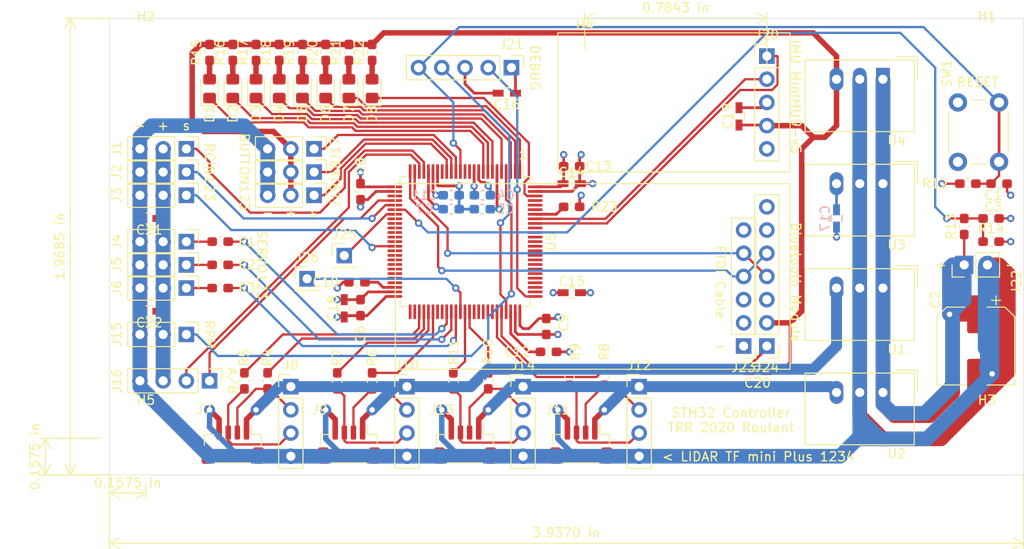
<source format=kicad_pcb>
(kicad_pcb (version 20171130) (host pcbnew "(5.1.4)-1")
  (layers (0 F.Cu signal) (1 In1.Cu power hide) (2 In2.Cu power hide) (31 B.Cu signal) (34 B.Paste user) (35 F.Paste user) (36 B.SilkS user) (37 F.SilkS user) (38 B.Mask user) (39 F.Mask user) (44 Edge.Cuts user))
  (net 0 "")
  (net 1 GND)
  (net 2 /GPP/LD1_TXo)
  (net 3 /GPP/LD1_RXi)
  (net 4 /GPP/RESET)
  (net 5 +BATT)
  (net 6 /GPP/VBATT_DIV)
  (net 7 /GPP/3V3_GPP)
  (net 8 "Net-(C10-Pad1)")
  (net 9 "Net-(C12-Pad1)")
  (net 10 "Net-(D1-Pad2)")
  (net 11 /GPP/LED1)
  (net 12 /GPP/LED2)
  (net 13 "Net-(D2-Pad2)")
  (net 14 /GPP/LED3)
  (net 15 "Net-(D3-Pad2)")
  (net 16 "Net-(D4-Pad2)")
  (net 17 /GPP/LED4)
  (net 18 /GPP/LED5)
  (net 19 "Net-(D5-Pad2)")
  (net 20 "Net-(D6-Pad2)")
  (net 21 /GPP/LED6)
  (net 22 "Net-(D7-Pad2)")
  (net 23 /GPP/LED7)
  (net 24 /GPP/LED8)
  (net 25 "Net-(D8-Pad2)")
  (net 26 /GPP/VBEC)
  (net 27 /GPP/Channel1IN)
  (net 28 /GPP/Channel2IN)
  (net 29 /GPP/Channel3IN)
  (net 30 "Net-(J4-Pad1)")
  (net 31 "Net-(J5-Pad1)")
  (net 32 "Net-(J6-Pad1)")
  (net 33 /GPP/RPMSensor)
  (net 34 /GPP/5V_AUX)
  (net 35 /GPP/Button1)
  (net 36 /GPP/Button2)
  (net 37 /GPP/Button3)
  (net 38 /GPP/SDA)
  (net 39 /GPP/SCL)
  (net 40 /GPP/SWCLK)
  (net 41 /GPP/SWDIO)
  (net 42 /GPP/BT_RXi)
  (net 43 /GPP/BT_TXo)
  (net 44 /GPP/Channel1OUT)
  (net 45 /GPP/Channel2OUT)
  (net 46 /GPP/Channel3OUT)
  (net 47 "Net-(J7-Pad2)")
  (net 48 "Net-(J7-Pad3)")
  (net 49 "Net-(J10-Pad2)")
  (net 50 /GPP/LD2_RXi)
  (net 51 /GPP/LD2_TXo)
  (net 52 "Net-(J10-Pad3)")
  (net 53 "Net-(J11-Pad2)")
  (net 54 /GPP/LD3_RXi)
  (net 55 /GPP/LD3_TXo)
  (net 56 "Net-(J11-Pad3)")
  (net 57 "Net-(J13-Pad2)")
  (net 58 /GPP/LD4_RXi)
  (net 59 /GPP/LD4_TXo)
  (net 60 "Net-(J13-Pad3)")
  (net 61 "Net-(R23-Pad1)")
  (net 62 /GPP/5V_LIDAR_GP1)
  (net 63 /GPP/5V_LIDAR_GP2)
  (net 64 /GPP/A)
  (net 65 /GPP/B)
  (net 66 /GPP/ADC_spare)
  (net 67 /GPP/ChannelspareOUT)
  (module MountingHole:MountingHole_3.2mm_M3 (layer F.Cu) (at 54 146)
    (fp_text reference H5 (at 0 -4.2) (layer F.SilkS))
    (fp_text value MountingHole)
    (pad 1 np_thru_hole circle (at 0 0) (size 3.2 3.2) (drill 3.2) (layers *.Cu *.Mask))
  )
  (module MountingHole:MountingHole_3.2mm_M3 (layer F.Cu) (at 54 104)
    (fp_text reference H2 (at 0 -4.2) (layer F.SilkS))
    (fp_text value MountingHole)
    (pad 1 np_thru_hole circle (at 0 0) (size 3.2 3.2) (drill 3.2) (layers *.Cu *.Mask))
  )
  (module Package_QFP:LQFP-100_14x14mm_P0.5mm (layer F.Cu) (at 88.9 124.46 270)
    (fp_text reference U5 (at 0 -9.42 90) (layer F.SilkS))
    (fp_text value STM32F765VGTx)
    (pad 1 smd roundrect (at -7.675 -6 270) (size 1.6 0.3) (layers F.Cu F.Paste F.Mask) (net 23 /GPP/LED7))
    (pad 2 smd roundrect (at -7.675 -5.5 270) (size 1.6 0.3) (layers F.Cu F.Paste F.Mask) (net 21 /GPP/LED6))
    (pad 3 smd roundrect (at -7.675 -5 270) (size 1.6 0.3) (layers F.Cu F.Paste F.Mask) (net 18 /GPP/LED5))
    (pad 4 smd roundrect (at -7.675 -4.5 270) (size 1.6 0.3) (layers F.Cu F.Paste F.Mask) (net 33 /GPP/RPMSensor))
    (pad 5 smd roundrect (at -7.675 -4 270) (size 1.6 0.3) (layers F.Cu F.Paste F.Mask) (net 17 /GPP/LED4))
    (pad 6 smd roundrect (at -7.675 -3.5 270) (size 1.6 0.3) (layers F.Cu F.Paste F.Mask) (net 7 /GPP/3V3_GPP))
    (pad 7 smd roundrect (at -7.675 -3 270) (size 1.6 0.3) (layers F.Cu F.Paste F.Mask) (net 14 /GPP/LED3))
    (pad 8 smd roundrect (at -7.675 -2.5 270) (size 1.6 0.3) (layers F.Cu F.Paste F.Mask) (net 12 /GPP/LED2))
    (pad 9 smd roundrect (at -7.675 -2 270) (size 1.6 0.3) (layers F.Cu F.Paste F.Mask) (net 11 /GPP/LED1))
    (pad 10 smd roundrect (at -7.675 -1.5 270) (size 1.6 0.3) (layers F.Cu F.Paste F.Mask) (net 1 GND))
    (pad 11 smd roundrect (at -7.675 -1 270) (size 1.6 0.3) (layers F.Cu F.Paste F.Mask) (net 7 /GPP/3V3_GPP))
    (pad 12 smd roundrect (at -7.675 -0.5 270) (size 1.6 0.3) (layers F.Cu F.Paste F.Mask))
    (pad 13 smd roundrect (at -7.675 0 270) (size 1.6 0.3) (layers F.Cu F.Paste F.Mask))
    (pad 14 smd roundrect (at -7.675 0.5 270) (size 1.6 0.3) (layers F.Cu F.Paste F.Mask) (net 4 /GPP/RESET))
    (pad 15 smd roundrect (at -7.675 1 270) (size 1.6 0.3) (layers F.Cu F.Paste F.Mask) (net 35 /GPP/Button1))
    (pad 16 smd roundrect (at -7.675 1.5 270) (size 1.6 0.3) (layers F.Cu F.Paste F.Mask) (net 36 /GPP/Button2))
    (pad 17 smd roundrect (at -7.675 2 270) (size 1.6 0.3) (layers F.Cu F.Paste F.Mask) (net 37 /GPP/Button3))
    (pad 18 smd roundrect (at -7.675 2.5 270) (size 1.6 0.3) (layers F.Cu F.Paste F.Mask))
    (pad 19 smd roundrect (at -7.675 3 270) (size 1.6 0.3) (layers F.Cu F.Paste F.Mask) (net 1 GND))
    (pad 20 smd roundrect (at -7.675 3.5 270) (size 1.6 0.3) (layers F.Cu F.Paste F.Mask) (net 7 /GPP/3V3_GPP))
    (pad 21 smd roundrect (at -7.675 4 270) (size 1.6 0.3) (layers F.Cu F.Paste F.Mask) (net 7 /GPP/3V3_GPP))
    (pad 22 smd roundrect (at -7.675 4.5 270) (size 1.6 0.3) (layers F.Cu F.Paste F.Mask) (net 27 /GPP/Channel1IN))
    (pad 23 smd roundrect (at -7.675 5 270) (size 1.6 0.3) (layers F.Cu F.Paste F.Mask) (net 65 /GPP/B))
    (pad 24 smd roundrect (at -7.675 5.5 270) (size 1.6 0.3) (layers F.Cu F.Paste F.Mask) (net 43 /GPP/BT_TXo))
    (pad 25 smd roundrect (at -7.675 6 270) (size 1.6 0.3) (layers F.Cu F.Paste F.Mask) (net 42 /GPP/BT_RXi))
    (pad 26 smd roundrect (at -6 7.675 270) (size 0.3 1.6) (layers F.Cu F.Paste F.Mask) (net 1 GND))
    (pad 27 smd roundrect (at -5.5 7.675 270) (size 0.3 1.6) (layers F.Cu F.Paste F.Mask) (net 7 /GPP/3V3_GPP))
    (pad 28 smd roundrect (at -5 7.675 270) (size 0.3 1.6) (layers F.Cu F.Paste F.Mask))
    (pad 29 smd roundrect (at -4.5 7.675 270) (size 0.3 1.6) (layers F.Cu F.Paste F.Mask) (net 64 /GPP/A))
    (pad 30 smd roundrect (at -4 7.675 270) (size 0.3 1.6) (layers F.Cu F.Paste F.Mask) (net 28 /GPP/Channel2IN))
    (pad 31 smd roundrect (at -3.5 7.675 270) (size 0.3 1.6) (layers F.Cu F.Paste F.Mask) (net 6 /GPP/VBATT_DIV))
    (pad 32 smd roundrect (at -3 7.675 270) (size 0.3 1.6) (layers F.Cu F.Paste F.Mask) (net 66 /GPP/ADC_spare))
    (pad 33 smd roundrect (at -2.5 7.675 270) (size 0.3 1.6) (layers F.Cu F.Paste F.Mask))
    (pad 34 smd roundrect (at -2 7.675 270) (size 0.3 1.6) (layers F.Cu F.Paste F.Mask))
    (pad 35 smd roundrect (at -1.5 7.675 270) (size 0.3 1.6) (layers F.Cu F.Paste F.Mask))
    (pad 36 smd roundrect (at -1 7.675 270) (size 0.3 1.6) (layers F.Cu F.Paste F.Mask))
    (pad 37 smd roundrect (at -0.5 7.675 270) (size 0.3 1.6) (layers F.Cu F.Paste F.Mask))
    (pad 38 smd roundrect (at 0 7.675 270) (size 0.3 1.6) (layers F.Cu F.Paste F.Mask))
    (pad 39 smd roundrect (at 0.5 7.675 270) (size 0.3 1.6) (layers F.Cu F.Paste F.Mask) (net 29 /GPP/Channel3IN))
    (pad 40 smd roundrect (at 1 7.675 270) (size 0.3 1.6) (layers F.Cu F.Paste F.Mask))
    (pad 41 smd roundrect (at 1.5 7.675 270) (size 0.3 1.6) (layers F.Cu F.Paste F.Mask))
    (pad 42 smd roundrect (at 2 7.675 270) (size 0.3 1.6) (layers F.Cu F.Paste F.Mask))
    (pad 43 smd roundrect (at 2.5 7.675 270) (size 0.3 1.6) (layers F.Cu F.Paste F.Mask))
    (pad 44 smd roundrect (at 3 7.675 270) (size 0.3 1.6) (layers F.Cu F.Paste F.Mask))
    (pad 45 smd roundrect (at 3.5 7.675 270) (size 0.3 1.6) (layers F.Cu F.Paste F.Mask))
    (pad 46 smd roundrect (at 4 7.675 270) (size 0.3 1.6) (layers F.Cu F.Paste F.Mask))
    (pad 47 smd roundrect (at 4.5 7.675 270) (size 0.3 1.6) (layers F.Cu F.Paste F.Mask))
    (pad 48 smd roundrect (at 5 7.675 270) (size 0.3 1.6) (layers F.Cu F.Paste F.Mask) (net 8 "Net-(C10-Pad1)"))
    (pad 49 smd roundrect (at 5.5 7.675 270) (size 0.3 1.6) (layers F.Cu F.Paste F.Mask) (net 1 GND))
    (pad 50 smd roundrect (at 6 7.675 270) (size 0.3 1.6) (layers F.Cu F.Paste F.Mask) (net 7 /GPP/3V3_GPP))
    (pad 51 smd roundrect (at 7.675 6 270) (size 1.6 0.3) (layers F.Cu F.Paste F.Mask))
    (pad 52 smd roundrect (at 7.675 5.5 270) (size 1.6 0.3) (layers F.Cu F.Paste F.Mask))
    (pad 53 smd roundrect (at 7.675 5 270) (size 1.6 0.3) (layers F.Cu F.Paste F.Mask) (net 2 /GPP/LD1_TXo))
    (pad 54 smd roundrect (at 7.675 4.5 270) (size 1.6 0.3) (layers F.Cu F.Paste F.Mask) (net 3 /GPP/LD1_RXi))
    (pad 55 smd roundrect (at 7.675 4 270) (size 1.6 0.3) (layers F.Cu F.Paste F.Mask) (net 51 /GPP/LD2_TXo))
    (pad 56 smd roundrect (at 7.675 3.5 270) (size 1.6 0.3) (layers F.Cu F.Paste F.Mask) (net 50 /GPP/LD2_RXi))
    (pad 57 smd roundrect (at 7.675 3 270) (size 1.6 0.3) (layers F.Cu F.Paste F.Mask))
    (pad 58 smd roundrect (at 7.675 2.5 270) (size 1.6 0.3) (layers F.Cu F.Paste F.Mask))
    (pad 59 smd roundrect (at 7.675 2 270) (size 1.6 0.3) (layers F.Cu F.Paste F.Mask) (net 44 /GPP/Channel1OUT))
    (pad 60 smd roundrect (at 7.675 1.5 270) (size 1.6 0.3) (layers F.Cu F.Paste F.Mask) (net 45 /GPP/Channel2OUT))
    (pad 61 smd roundrect (at 7.675 1 270) (size 1.6 0.3) (layers F.Cu F.Paste F.Mask) (net 46 /GPP/Channel3OUT))
    (pad 62 smd roundrect (at 7.675 0.5 270) (size 1.6 0.3) (layers F.Cu F.Paste F.Mask) (net 67 /GPP/ChannelspareOUT))
    (pad 63 smd roundrect (at 7.675 0 270) (size 1.6 0.3) (layers F.Cu F.Paste F.Mask) (net 59 /GPP/LD4_TXo))
    (pad 64 smd roundrect (at 7.675 -0.5 270) (size 1.6 0.3) (layers F.Cu F.Paste F.Mask) (net 58 /GPP/LD4_RXi))
    (pad 65 smd roundrect (at 7.675 -1 270) (size 1.6 0.3) (layers F.Cu F.Paste F.Mask))
    (pad 66 smd roundrect (at 7.675 -1.5 270) (size 1.6 0.3) (layers F.Cu F.Paste F.Mask))
    (pad 67 smd roundrect (at 7.675 -2 270) (size 1.6 0.3) (layers F.Cu F.Paste F.Mask))
    (pad 68 smd roundrect (at 7.675 -2.5 270) (size 1.6 0.3) (layers F.Cu F.Paste F.Mask))
    (pad 69 smd roundrect (at 7.675 -3 270) (size 1.6 0.3) (layers F.Cu F.Paste F.Mask))
    (pad 70 smd roundrect (at 7.675 -3.5 270) (size 1.6 0.3) (layers F.Cu F.Paste F.Mask) (net 54 /GPP/LD3_RXi))
    (pad 71 smd roundrect (at 7.675 -4 270) (size 1.6 0.3) (layers F.Cu F.Paste F.Mask) (net 55 /GPP/LD3_TXo))
    (pad 72 smd roundrect (at 7.675 -4.5 270) (size 1.6 0.3) (layers F.Cu F.Paste F.Mask) (net 41 /GPP/SWDIO))
    (pad 73 smd roundrect (at 7.675 -5 270) (size 1.6 0.3) (layers F.Cu F.Paste F.Mask) (net 9 "Net-(C12-Pad1)"))
    (pad 74 smd roundrect (at 7.675 -5.5 270) (size 1.6 0.3) (layers F.Cu F.Paste F.Mask) (net 1 GND))
    (pad 75 smd roundrect (at 7.675 -6 270) (size 1.6 0.3) (layers F.Cu F.Paste F.Mask) (net 7 /GPP/3V3_GPP))
    (pad 76 smd roundrect (at 6 -7.675 270) (size 0.3 1.6) (layers F.Cu F.Paste F.Mask) (net 40 /GPP/SWCLK))
    (pad 77 smd roundrect (at 5.5 -7.675 270) (size 0.3 1.6) (layers F.Cu F.Paste F.Mask))
    (pad 78 smd roundrect (at 5 -7.675 270) (size 0.3 1.6) (layers F.Cu F.Paste F.Mask))
    (pad 79 smd roundrect (at 4.5 -7.675 270) (size 0.3 1.6) (layers F.Cu F.Paste F.Mask))
    (pad 80 smd roundrect (at 4 -7.675 270) (size 0.3 1.6) (layers F.Cu F.Paste F.Mask))
    (pad 81 smd roundrect (at 3.5 -7.675 270) (size 0.3 1.6) (layers F.Cu F.Paste F.Mask))
    (pad 82 smd roundrect (at 3 -7.675 270) (size 0.3 1.6) (layers F.Cu F.Paste F.Mask))
    (pad 83 smd roundrect (at 2.5 -7.675 270) (size 0.3 1.6) (layers F.Cu F.Paste F.Mask))
    (pad 84 smd roundrect (at 2 -7.675 270) (size 0.3 1.6) (layers F.Cu F.Paste F.Mask))
    (pad 85 smd roundrect (at 1.5 -7.675 270) (size 0.3 1.6) (layers F.Cu F.Paste F.Mask))
    (pad 86 smd roundrect (at 1 -7.675 270) (size 0.3 1.6) (layers F.Cu F.Paste F.Mask))
    (pad 87 smd roundrect (at 0.5 -7.675 270) (size 0.3 1.6) (layers F.Cu F.Paste F.Mask))
    (pad 88 smd roundrect (at 0 -7.675 270) (size 0.3 1.6) (layers F.Cu F.Paste F.Mask))
    (pad 89 smd roundrect (at -0.5 -7.675 270) (size 0.3 1.6) (layers F.Cu F.Paste F.Mask))
    (pad 90 smd roundrect (at -1 -7.675 270) (size 0.3 1.6) (layers F.Cu F.Paste F.Mask))
    (pad 91 smd roundrect (at -1.5 -7.675 270) (size 0.3 1.6) (layers F.Cu F.Paste F.Mask))
    (pad 92 smd roundrect (at -2 -7.675 270) (size 0.3 1.6) (layers F.Cu F.Paste F.Mask) (net 39 /GPP/SCL))
    (pad 93 smd roundrect (at -2.5 -7.675 270) (size 0.3 1.6) (layers F.Cu F.Paste F.Mask) (net 38 /GPP/SDA))
    (pad 94 smd roundrect (at -3 -7.675 270) (size 0.3 1.6) (layers F.Cu F.Paste F.Mask) (net 61 "Net-(R23-Pad1)"))
    (pad 95 smd roundrect (at -3.5 -7.675 270) (size 0.3 1.6) (layers F.Cu F.Paste F.Mask))
    (pad 96 smd roundrect (at -4 -7.675 270) (size 0.3 1.6) (layers F.Cu F.Paste F.Mask))
    (pad 97 smd roundrect (at -4.5 -7.675 270) (size 0.3 1.6) (layers F.Cu F.Paste F.Mask))
    (pad 98 smd roundrect (at -5 -7.675 270) (size 0.3 1.6) (layers F.Cu F.Paste F.Mask) (net 24 /GPP/LED8))
    (pad 99 smd roundrect (at -5.5 -7.675 270) (size 0.3 1.6) (layers F.Cu F.Paste F.Mask) (net 1 GND))
    (pad 100 smd roundrect (at -6 -7.675 270) (size 0.3 1.6) (layers F.Cu F.Paste F.Mask) (net 7 /GPP/3V3_GPP))
  )
  (module Capacitor_SMD:C_0603_1608Metric_Pad1.05x0.95mm_HandSolder (layer F.Cu) (at 147.32 118.11)
    (fp_text reference C1 (at -0.635 1.27) (layer F.SilkS))
    (fp_text value 100nF)
    (pad 2 smd roundrect (at 0.875 0) (size 1.05 0.95) (layers F.Cu F.Paste F.Mask) (net 1 GND))
    (pad 1 smd roundrect (at -0.875 0) (size 1.05 0.95) (layers F.Cu F.Paste F.Mask) (net 4 /GPP/RESET))
  )
  (module Capacitor_SMD:C_0603_1608Metric_Pad1.05x0.95mm_HandSolder (layer F.Cu) (at 146.445 121.92)
    (fp_text reference C3 (at 0.24 -1.27) (layer F.SilkS))
    (fp_text value 100nF)
    (pad 2 smd roundrect (at 0.875 0) (size 1.05 0.95) (layers F.Cu F.Paste F.Mask) (net 1 GND))
    (pad 1 smd roundrect (at -0.875 0) (size 1.05 0.95) (layers F.Cu F.Paste F.Mask) (net 6 /GPP/VBATT_DIV))
  )
  (module Capacitor_SMD:C_0603_1608Metric_Pad1.05x0.95mm_HandSolder (layer B.Cu) (at 90.805 119.38)
    (fp_text reference C4 (at 2.54 0) (layer B.SilkS) (effects (justify mirror)))
    (fp_text value 100nF)
    (pad 2 smd roundrect (at 0.875 0) (size 1.05 0.95) (layers B.Cu B.Paste B.Mask) (net 1 GND))
    (pad 1 smd roundrect (at -0.875 0) (size 1.05 0.95) (layers B.Cu B.Paste B.Mask) (net 7 /GPP/3V3_GPP))
  )
  (module Capacitor_SMD:C_0603_1608Metric_Pad1.05x0.95mm_HandSolder (layer B.Cu) (at 90.791 120.904 180)
    (fp_text reference C5 (at -2.54 0) (layer B.SilkS) (effects (justify mirror)))
    (fp_text value 100nF)
    (pad 1 smd roundrect (at -0.875 0 180) (size 1.05 0.95) (layers B.Cu B.Paste B.Mask) (net 7 /GPP/3V3_GPP))
    (pad 2 smd roundrect (at 0.875 0 180) (size 1.05 0.95) (layers B.Cu B.Paste B.Mask) (net 1 GND))
  )
  (module Capacitor_SMD:C_0603_1608Metric_Pad1.05x0.95mm_HandSolder (layer F.Cu) (at 77.47 131.685 90)
    (fp_text reference C6 (at -2.935 0 90) (layer F.SilkS))
    (fp_text value 100nF)
    (pad 2 smd roundrect (at 0.875 0 90) (size 1.05 0.95) (layers F.Cu F.Paste F.Mask) (net 1 GND))
    (pad 1 smd roundrect (at -0.875 0 90) (size 1.05 0.95) (layers F.Cu F.Paste F.Mask) (net 7 /GPP/3V3_GPP))
  )
  (module Capacitor_SMD:C_0603_1608Metric_Pad1.05x0.95mm_HandSolder (layer B.Cu) (at 87.39 120.904)
    (fp_text reference C7 (at -2.935 0) (layer B.SilkS) (effects (justify mirror)))
    (fp_text value 100nF)
    (pad 1 smd roundrect (at -0.875 0) (size 1.05 0.95) (layers B.Cu B.Paste B.Mask) (net 7 /GPP/3V3_GPP))
    (pad 2 smd roundrect (at 0.875 0) (size 1.05 0.95) (layers B.Cu B.Paste B.Mask) (net 1 GND))
  )
  (module Capacitor_SMD:C_0603_1608Metric_Pad1.05x0.95mm_HandSolder (layer F.Cu) (at 77.47 118.985 90)
    (fp_text reference C8 (at 2.78 0 90) (layer F.SilkS))
    (fp_text value 100nF)
    (pad 2 smd roundrect (at 0.875 0 90) (size 1.05 0.95) (layers F.Cu F.Paste F.Mask) (net 1 GND))
    (pad 1 smd roundrect (at -0.875 0 90) (size 1.05 0.95) (layers F.Cu F.Paste F.Mask) (net 7 /GPP/3V3_GPP))
  )
  (module Capacitor_SMD:C_0603_1608Metric_Pad1.05x0.95mm_HandSolder (layer F.Cu) (at 97.79 133.745 270)
    (fp_text reference C9 (at -0.395 -1.905 90) (layer F.SilkS))
    (fp_text value 100nF)
    (pad 1 smd roundrect (at -0.875 0 270) (size 1.05 0.95) (layers F.Cu F.Paste F.Mask) (net 7 /GPP/3V3_GPP))
    (pad 2 smd roundrect (at 0.875 0 270) (size 1.05 0.95) (layers F.Cu F.Paste F.Mask) (net 1 GND))
  )
  (module Capacitor_SMD:C_0603_1608Metric_Pad1.05x0.95mm_HandSolder (layer F.Cu) (at 77.075 128.905 180)
    (fp_text reference C10 (at 3.415 0) (layer F.SilkS))
    (fp_text value 2.2u)
    (pad 1 smd roundrect (at -0.875 0 180) (size 1.05 0.95) (layers F.Cu F.Paste F.Mask) (net 8 "Net-(C10-Pad1)"))
    (pad 2 smd roundrect (at 0.875 0 180) (size 1.05 0.95) (layers F.Cu F.Paste F.Mask) (net 1 GND))
  )
  (module Capacitor_SMD:C_0603_1608Metric_Pad1.05x0.95mm_HandSolder (layer B.Cu) (at 87.39 119.38)
    (fp_text reference C11 (at -2.935 0) (layer B.SilkS) (effects (justify mirror)))
    (fp_text value 100nF)
    (pad 2 smd roundrect (at 0.875 0) (size 1.05 0.95) (layers B.Cu B.Paste B.Mask) (net 1 GND))
    (pad 1 smd roundrect (at -0.875 0) (size 1.05 0.95) (layers B.Cu B.Paste B.Mask) (net 7 /GPP/3V3_GPP))
  )
  (module Capacitor_SMD:C_0603_1608Metric_Pad1.05x0.95mm_HandSolder (layer F.Cu) (at 98.03 136.525)
    (fp_text reference C12 (at -3.415 0) (layer F.SilkS))
    (fp_text value 2.2u)
    (pad 2 smd roundrect (at 0.875 0) (size 1.05 0.95) (layers F.Cu F.Paste F.Mask) (net 1 GND))
    (pad 1 smd roundrect (at -0.875 0) (size 1.05 0.95) (layers F.Cu F.Paste F.Mask) (net 9 "Net-(C12-Pad1)"))
  )
  (module Capacitor_SMD:C_0603_1608Metric_Pad1.05x0.95mm_HandSolder (layer F.Cu) (at 100.57 116.205)
    (fp_text reference C13 (at 2.935 0) (layer F.SilkS))
    (fp_text value 4.7uF)
    (pad 1 smd roundrect (at -0.875 0) (size 1.05 0.95) (layers F.Cu F.Paste F.Mask) (net 7 /GPP/3V3_GPP))
    (pad 2 smd roundrect (at 0.875 0) (size 1.05 0.95) (layers F.Cu F.Paste F.Mask) (net 1 GND))
  )
  (module LED_SMD:LED_0805_2012Metric_Pad1.15x1.40mm_HandSolder (layer F.Cu) (at 60.96 107.705 90)
    (fp_text reference D1 (at -2.785 0 90) (layer F.SilkS))
    (fp_text value RED)
    (pad 2 smd roundrect (at 1.025 0 90) (size 1.15 1.4) (layers F.Cu F.Paste F.Mask) (roundrect_rratio 0.217391) (net 10 "Net-(D1-Pad2)"))
    (pad 1 smd roundrect (at -1.025 0 90) (size 1.15 1.4) (layers F.Cu F.Paste F.Mask) (roundrect_rratio 0.217391) (net 11 /GPP/LED1))
  )
  (module LED_SMD:LED_0805_2012Metric_Pad1.15x1.40mm_HandSolder (layer F.Cu) (at 63.5 107.705 90)
    (fp_text reference D2 (at -2.785 0 90) (layer F.SilkS))
    (fp_text value ORANGE)
    (pad 1 smd roundrect (at -1.025 0 90) (size 1.15 1.4) (layers F.Cu F.Paste F.Mask) (roundrect_rratio 0.217391) (net 12 /GPP/LED2))
    (pad 2 smd roundrect (at 1.025 0 90) (size 1.15 1.4) (layers F.Cu F.Paste F.Mask) (roundrect_rratio 0.217391) (net 13 "Net-(D2-Pad2)"))
  )
  (module LED_SMD:LED_0805_2012Metric_Pad1.15x1.40mm_HandSolder (layer F.Cu) (at 66.04 107.705 90)
    (fp_text reference D3 (at -2.785 0 90) (layer F.SilkS))
    (fp_text value GREEN)
    (pad 1 smd roundrect (at -1.025 0 90) (size 1.15 1.4) (layers F.Cu F.Paste F.Mask) (roundrect_rratio 0.217391) (net 14 /GPP/LED3))
    (pad 2 smd roundrect (at 1.025 0 90) (size 1.15 1.4) (layers F.Cu F.Paste F.Mask) (roundrect_rratio 0.217391) (net 15 "Net-(D3-Pad2)"))
  )
  (module LED_SMD:LED_0805_2012Metric_Pad1.15x1.40mm_HandSolder (layer F.Cu) (at 68.58 107.705 90)
    (fp_text reference D4 (at -2.785 0 90) (layer F.SilkS))
    (fp_text value GREEN)
    (pad 2 smd roundrect (at 1.025 0 90) (size 1.15 1.4) (layers F.Cu F.Paste F.Mask) (roundrect_rratio 0.217391) (net 16 "Net-(D4-Pad2)"))
    (pad 1 smd roundrect (at -1.025 0 90) (size 1.15 1.4) (layers F.Cu F.Paste F.Mask) (roundrect_rratio 0.217391) (net 17 /GPP/LED4))
  )
  (module LED_SMD:LED_0805_2012Metric_Pad1.15x1.40mm_HandSolder (layer F.Cu) (at 71.12 107.705 90)
    (fp_text reference D5 (at -2.785 0 90) (layer F.SilkS))
    (fp_text value GREEN)
    (pad 1 smd roundrect (at -1.025 0 90) (size 1.15 1.4) (layers F.Cu F.Paste F.Mask) (roundrect_rratio 0.217391) (net 18 /GPP/LED5))
    (pad 2 smd roundrect (at 1.025 0 90) (size 1.15 1.4) (layers F.Cu F.Paste F.Mask) (roundrect_rratio 0.217391) (net 19 "Net-(D5-Pad2)"))
  )
  (module LED_SMD:LED_0805_2012Metric_Pad1.15x1.40mm_HandSolder (layer F.Cu) (at 73.66 107.705 90)
    (fp_text reference D6 (at -2.785 0 90) (layer F.SilkS))
    (fp_text value GREEN)
    (pad 2 smd roundrect (at 1.025 0 90) (size 1.15 1.4) (layers F.Cu F.Paste F.Mask) (roundrect_rratio 0.217391) (net 20 "Net-(D6-Pad2)"))
    (pad 1 smd roundrect (at -1.025 0 90) (size 1.15 1.4) (layers F.Cu F.Paste F.Mask) (roundrect_rratio 0.217391) (net 21 /GPP/LED6))
  )
  (module LED_SMD:LED_0805_2012Metric_Pad1.15x1.40mm_HandSolder (layer F.Cu) (at 76.2 107.705 90)
    (fp_text reference D7 (at -2.785 0 90) (layer F.SilkS))
    (fp_text value GREEN)
    (pad 2 smd roundrect (at 1.025 0 90) (size 1.15 1.4) (layers F.Cu F.Paste F.Mask) (roundrect_rratio 0.217391) (net 22 "Net-(D7-Pad2)"))
    (pad 1 smd roundrect (at -1.025 0 90) (size 1.15 1.4) (layers F.Cu F.Paste F.Mask) (roundrect_rratio 0.217391) (net 23 /GPP/LED7))
  )
  (module LED_SMD:LED_0805_2012Metric_Pad1.15x1.40mm_HandSolder (layer F.Cu) (at 78.74 107.705 90)
    (fp_text reference D8 (at -2.785 0 90) (layer F.SilkS))
    (fp_text value GREEN)
    (pad 1 smd roundrect (at -1.025 0 90) (size 1.15 1.4) (layers F.Cu F.Paste F.Mask) (roundrect_rratio 0.217391) (net 24 /GPP/LED8))
    (pad 2 smd roundrect (at 1.025 0 90) (size 1.15 1.4) (layers F.Cu F.Paste F.Mask) (roundrect_rratio 0.217391) (net 25 "Net-(D8-Pad2)"))
  )
  (module MountingHole:MountingHole_3.2mm_M3 (layer F.Cu) (at 146 104)
    (fp_text reference H1 (at 0 -4.2) (layer F.SilkS))
    (fp_text value MountingHole)
    (pad 1 np_thru_hole circle (at 0 0) (size 3.2 3.2) (drill 3.2) (layers *.Cu *.Mask))
  )
  (module MountingHole:MountingHole_3.2mm_M3 (layer F.Cu) (at 146 146)
    (fp_text reference H3 (at 0 -4.2) (layer F.SilkS))
    (fp_text value MountingHole)
    (pad 1 np_thru_hole circle (at 0 0) (size 3.2 3.2) (drill 3.2) (layers *.Cu *.Mask))
  )
  (module MountingHole:MountingHole_3.2mm_M3 (layer F.Cu) (at 102 105)
    (fp_text reference H4 (at 0 -4.2) (layer F.SilkS))
    (fp_text value MountingHole)
    (pad 1 np_thru_hole circle (at 0 0) (size 3.2 3.2) (drill 3.2) (layers *.Cu *.Mask))
  )
  (module Connector_PinHeader_2.54mm:PinHeader_1x03_P2.54mm_Vertical (layer F.Cu) (at 58.42 114.3 270)
    (fp_text reference J1 (at 0 7.62 90) (layer F.SilkS))
    (fp_text value Conn_01x03)
    (pad 3 thru_hole oval (at 0 5.08 270) (size 1.7 1.7) (drill 1) (layers *.Cu *.Mask) (net 1 GND))
    (pad 2 thru_hole oval (at 0 2.54 270) (size 1.7 1.7) (drill 1) (layers *.Cu *.Mask) (net 26 /GPP/VBEC))
    (pad 1 thru_hole rect (at 0 0 270) (size 1.7 1.7) (drill 1) (layers *.Cu *.Mask) (net 27 /GPP/Channel1IN))
  )
  (module Connector_PinHeader_2.54mm:PinHeader_1x03_P2.54mm_Vertical (layer F.Cu) (at 58.42 116.84 270)
    (fp_text reference J2 (at 0 7.62 90) (layer F.SilkS))
    (fp_text value Conn_01x03)
    (pad 1 thru_hole rect (at 0 0 270) (size 1.7 1.7) (drill 1) (layers *.Cu *.Mask) (net 28 /GPP/Channel2IN))
    (pad 2 thru_hole oval (at 0 2.54 270) (size 1.7 1.7) (drill 1) (layers *.Cu *.Mask) (net 26 /GPP/VBEC))
    (pad 3 thru_hole oval (at 0 5.08 270) (size 1.7 1.7) (drill 1) (layers *.Cu *.Mask) (net 1 GND))
  )
  (module Connector_PinHeader_2.54mm:PinHeader_1x03_P2.54mm_Vertical (layer F.Cu) (at 58.42 119.38 270)
    (fp_text reference J3 (at 0 7.62 90) (layer F.SilkS))
    (fp_text value Conn_01x03)
    (pad 3 thru_hole oval (at 0 5.08 270) (size 1.7 1.7) (drill 1) (layers *.Cu *.Mask) (net 1 GND))
    (pad 2 thru_hole oval (at 0 2.54 270) (size 1.7 1.7) (drill 1) (layers *.Cu *.Mask) (net 26 /GPP/VBEC))
    (pad 1 thru_hole rect (at 0 0 270) (size 1.7 1.7) (drill 1) (layers *.Cu *.Mask) (net 29 /GPP/Channel3IN))
  )
  (module Connector_PinHeader_2.54mm:PinHeader_1x03_P2.54mm_Vertical (layer F.Cu) (at 58.42 124.46 270)
    (fp_text reference J4 (at 0 7.62 270) (layer F.SilkS))
    (fp_text value Conn_01x03)
    (pad 1 thru_hole rect (at 0 0 270) (size 1.7 1.7) (drill 1) (layers *.Cu *.Mask) (net 30 "Net-(J4-Pad1)"))
    (pad 2 thru_hole oval (at 0 2.54 270) (size 1.7 1.7) (drill 1) (layers *.Cu *.Mask) (net 26 /GPP/VBEC))
    (pad 3 thru_hole oval (at 0 5.08 270) (size 1.7 1.7) (drill 1) (layers *.Cu *.Mask) (net 1 GND))
  )
  (module Connector_PinHeader_2.54mm:PinHeader_1x03_P2.54mm_Vertical (layer F.Cu) (at 58.42 127 270)
    (fp_text reference J5 (at 0 7.62 90) (layer F.SilkS))
    (fp_text value Conn_01x03)
    (pad 3 thru_hole oval (at 0 5.08 270) (size 1.7 1.7) (drill 1) (layers *.Cu *.Mask) (net 1 GND))
    (pad 2 thru_hole oval (at 0 2.54 270) (size 1.7 1.7) (drill 1) (layers *.Cu *.Mask) (net 26 /GPP/VBEC))
    (pad 1 thru_hole rect (at 0 0 270) (size 1.7 1.7) (drill 1) (layers *.Cu *.Mask) (net 31 "Net-(J5-Pad1)"))
  )
  (module Connector_PinHeader_2.54mm:PinHeader_1x03_P2.54mm_Vertical (layer F.Cu) (at 58.42 129.54 270)
    (fp_text reference J6 (at 0 7.62 90) (layer F.SilkS))
    (fp_text value Conn_01x03)
    (pad 1 thru_hole rect (at 0 0 270) (size 1.7 1.7) (drill 1) (layers *.Cu *.Mask) (net 32 "Net-(J6-Pad1)"))
    (pad 2 thru_hole oval (at 0 2.54 270) (size 1.7 1.7) (drill 1) (layers *.Cu *.Mask) (net 26 /GPP/VBEC))
    (pad 3 thru_hole oval (at 0 5.08 270) (size 1.7 1.7) (drill 1) (layers *.Cu *.Mask) (net 1 GND))
  )
  (module Connector_PinHeader_2.54mm:PinHeader_1x03_P2.54mm_Vertical (layer F.Cu) (at 58.42 134.62 270)
    (fp_text reference J15 (at 0 7.62 90) (layer F.SilkS))
    (fp_text value Conn_01x03)
    (pad 1 thru_hole rect (at 0 0 270) (size 1.7 1.7) (drill 1) (layers *.Cu *.Mask) (net 33 /GPP/RPMSensor))
    (pad 2 thru_hole oval (at 0 2.54 270) (size 1.7 1.7) (drill 1) (layers *.Cu *.Mask) (net 26 /GPP/VBEC))
    (pad 3 thru_hole oval (at 0 5.08 270) (size 1.7 1.7) (drill 1) (layers *.Cu *.Mask) (net 1 GND))
  )
  (module Connector_PinHeader_2.54mm:PinHeader_1x03_P2.54mm_Vertical (layer F.Cu) (at 72.39 114.3 270)
    (fp_text reference J17 (at 0 -2.33 90) (layer F.SilkS))
    (fp_text value Conn_01x03)
    (pad 3 thru_hole oval (at 0 5.08 270) (size 1.7 1.7) (drill 1) (layers *.Cu *.Mask) (net 1 GND))
    (pad 2 thru_hole oval (at 0 2.54 270) (size 1.7 1.7) (drill 1) (layers *.Cu *.Mask) (net 34 /GPP/5V_AUX))
    (pad 1 thru_hole rect (at 0 0 270) (size 1.7 1.7) (drill 1) (layers *.Cu *.Mask) (net 35 /GPP/Button1))
  )
  (module Connector_PinHeader_2.54mm:PinHeader_1x03_P2.54mm_Vertical (layer F.Cu) (at 72.39 116.84 270)
    (fp_text reference J18 (at 0 -2.33 90) (layer F.SilkS))
    (fp_text value Conn_01x03)
    (pad 1 thru_hole rect (at 0 0 270) (size 1.7 1.7) (drill 1) (layers *.Cu *.Mask) (net 36 /GPP/Button2))
    (pad 2 thru_hole oval (at 0 2.54 270) (size 1.7 1.7) (drill 1) (layers *.Cu *.Mask) (net 34 /GPP/5V_AUX))
    (pad 3 thru_hole oval (at 0 5.08 270) (size 1.7 1.7) (drill 1) (layers *.Cu *.Mask) (net 1 GND))
  )
  (module Connector_PinHeader_2.54mm:PinHeader_1x03_P2.54mm_Vertical (layer F.Cu) (at 72.39 119.38 270)
    (fp_text reference J19 (at 0 -2.33 90) (layer F.SilkS))
    (fp_text value Conn_01x03)
    (pad 3 thru_hole oval (at 0 5.08 270) (size 1.7 1.7) (drill 1) (layers *.Cu *.Mask) (net 1 GND))
    (pad 2 thru_hole oval (at 0 2.54 270) (size 1.7 1.7) (drill 1) (layers *.Cu *.Mask) (net 34 /GPP/5V_AUX))
    (pad 1 thru_hole rect (at 0 0 270) (size 1.7 1.7) (drill 1) (layers *.Cu *.Mask) (net 37 /GPP/Button3))
  )
  (module Connector_PinHeader_2.54mm:PinHeader_1x05_P2.54mm_Vertical (layer F.Cu) (at 121.92 104.14)
    (fp_text reference J20 (at 0 -2.33) (layer F.SilkS))
    (fp_text value Conn_01x05)
    (pad 5 thru_hole oval (at 0 10.16) (size 1.7 1.7) (drill 1) (layers *.Cu *.Mask))
    (pad 4 thru_hole oval (at 0 7.62) (size 1.7 1.7) (drill 1) (layers *.Cu *.Mask) (net 34 /GPP/5V_AUX))
    (pad 3 thru_hole oval (at 0 5.08) (size 1.7 1.7) (drill 1) (layers *.Cu *.Mask) (net 1 GND))
    (pad 2 thru_hole oval (at 0 2.54) (size 1.7 1.7) (drill 1) (layers *.Cu *.Mask) (net 38 /GPP/SDA))
    (pad 1 thru_hole rect (at 0 0) (size 1.7 1.7) (drill 1) (layers *.Cu *.Mask) (net 39 /GPP/SCL))
  )
  (module Connector_PinHeader_2.54mm:PinHeader_1x05_P2.54mm_Vertical (layer F.Cu) (at 93.98 105.41 270)
    (fp_text reference J21 (at -2.54 0) (layer F.SilkS))
    (fp_text value Conn_01x05)
    (pad 1 thru_hole rect (at 0 0 270) (size 1.7 1.7) (drill 1) (layers *.Cu *.Mask) (net 7 /GPP/3V3_GPP))
    (pad 2 thru_hole oval (at 0 2.54 270) (size 1.7 1.7) (drill 1) (layers *.Cu *.Mask) (net 40 /GPP/SWCLK))
    (pad 3 thru_hole oval (at 0 5.08 270) (size 1.7 1.7) (drill 1) (layers *.Cu *.Mask) (net 1 GND))
    (pad 4 thru_hole oval (at 0 7.62 270) (size 1.7 1.7) (drill 1) (layers *.Cu *.Mask) (net 41 /GPP/SWDIO))
    (pad 5 thru_hole oval (at 0 10.16 270) (size 1.7 1.7) (drill 1) (layers *.Cu *.Mask) (net 4 /GPP/RESET))
  )
  (module Connector_PinHeader_2.54mm:PinHeader_1x02_P2.54mm_Vertical (layer F.Cu) (at 143.51 127 90)
    (fp_text reference J22 (at -1.905 5.715 90) (layer F.SilkS))
    (fp_text value Conn_01x02)
    (pad 1 thru_hole rect (at 0 0 90) (size 2 2) (drill 1) (layers *.Cu *.Mask) (net 5 +BATT))
    (pad 2 thru_hole oval (at 0 2.54 90) (size 2 2) (drill 1) (layers *.Cu *.Mask) (net 1 GND))
  )
  (module Connector_PinHeader_2.54mm:PinHeader_1x06_P2.54mm_Vertical (layer F.Cu) (at 119.38 135.89 180)
    (fp_text reference J23 (at 0 -2.33) (layer F.SilkS))
    (fp_text value Conn_01x06)
    (pad 1 thru_hole rect (at 0 0 180) (size 1.7 1.7) (drill 1) (layers *.Cu *.Mask) (net 1 GND))
    (pad 2 thru_hole oval (at 0 2.54 180) (size 1.7 1.7) (drill 1) (layers *.Cu *.Mask))
    (pad 3 thru_hole oval (at 0 5.08 180) (size 1.7 1.7) (drill 1) (layers *.Cu *.Mask))
    (pad 4 thru_hole oval (at 0 7.62 180) (size 1.7 1.7) (drill 1) (layers *.Cu *.Mask) (net 42 /GPP/BT_RXi))
    (pad 5 thru_hole oval (at 0 10.16 180) (size 1.7 1.7) (drill 1) (layers *.Cu *.Mask) (net 43 /GPP/BT_TXo))
    (pad 6 thru_hole oval (at 0 12.7 180) (size 1.7 1.7) (drill 1) (layers *.Cu *.Mask))
  )
  (module Connector_PinHeader_2.54mm:PinHeader_1x07_P2.54mm_Vertical (layer F.Cu) (at 121.92 135.89 180)
    (fp_text reference J24 (at 0 -2.33) (layer F.SilkS))
    (fp_text value Conn_01x07)
    (pad 1 thru_hole rect (at 0 0 180) (size 1.7 1.7) (drill 1) (layers *.Cu *.Mask) (net 1 GND))
    (pad 2 thru_hole oval (at 0 2.54 180) (size 1.7 1.7) (drill 1) (layers *.Cu *.Mask) (net 34 /GPP/5V_AUX))
    (pad 3 thru_hole oval (at 0 5.08 180) (size 1.7 1.7) (drill 1) (layers *.Cu *.Mask))
    (pad 4 thru_hole oval (at 0 7.62 180) (size 1.7 1.7) (drill 1) (layers *.Cu *.Mask) (net 43 /GPP/BT_TXo))
    (pad 5 thru_hole oval (at 0 10.16 180) (size 1.7 1.7) (drill 1) (layers *.Cu *.Mask) (net 42 /GPP/BT_RXi))
    (pad 6 thru_hole oval (at 0 12.7 180) (size 1.7 1.7) (drill 1) (layers *.Cu *.Mask) (net 1 GND))
    (pad 7 thru_hole oval (at 0 15.24 180) (size 1.7 1.7) (drill 1) (layers *.Cu *.Mask))
  )
  (module Resistor_SMD:R_0603_1608Metric_Pad1.05x0.95mm_HandSolder (layer F.Cu) (at 62.117 124.46 180)
    (fp_text reference R1 (at -2.935 0) (layer F.SilkS))
    (fp_text value 100)
    (pad 1 smd roundrect (at -0.875 0 180) (size 1.05 0.95) (layers F.Cu F.Paste F.Mask) (net 44 /GPP/Channel1OUT))
    (pad 2 smd roundrect (at 0.875 0 180) (size 1.05 0.95) (layers F.Cu F.Paste F.Mask) (net 30 "Net-(J4-Pad1)"))
  )
  (module Resistor_SMD:R_0603_1608Metric_Pad1.05x0.95mm_HandSolder (layer F.Cu) (at 62.117 127 180)
    (fp_text reference R2 (at -2.935 0) (layer F.SilkS))
    (fp_text value 100)
    (pad 2 smd roundrect (at 0.875 0 180) (size 1.05 0.95) (layers F.Cu F.Paste F.Mask) (net 31 "Net-(J5-Pad1)"))
    (pad 1 smd roundrect (at -0.875 0 180) (size 1.05 0.95) (layers F.Cu F.Paste F.Mask) (net 45 /GPP/Channel2OUT))
  )
  (module Resistor_SMD:R_0603_1608Metric_Pad1.05x0.95mm_HandSolder (layer F.Cu) (at 62.117 129.54 180)
    (fp_text reference R3 (at -2.935 0) (layer F.SilkS))
    (fp_text value 100)
    (pad 1 smd roundrect (at -0.875 0 180) (size 1.05 0.95) (layers F.Cu F.Paste F.Mask) (net 46 /GPP/Channel3OUT))
    (pad 2 smd roundrect (at 0.875 0 180) (size 1.05 0.95) (layers F.Cu F.Paste F.Mask) (net 32 "Net-(J6-Pad1)"))
  )
  (module Resistor_SMD:R_0603_1608Metric_Pad1.05x0.95mm_HandSolder (layer F.Cu) (at 67.31 139.7 270)
    (fp_text reference R4 (at -2.54 0 90) (layer F.SilkS))
    (fp_text value 100)
    (pad 1 smd roundrect (at -0.875 0 270) (size 1.05 0.95) (layers F.Cu F.Paste F.Mask) (net 3 /GPP/LD1_RXi))
    (pad 2 smd roundrect (at 0.875 0 270) (size 1.05 0.95) (layers F.Cu F.Paste F.Mask) (net 47 "Net-(J7-Pad2)"))
  )
  (module Resistor_SMD:R_0603_1608Metric_Pad1.05x0.95mm_HandSolder (layer F.Cu) (at 64.77 139.7 270)
    (fp_text reference R5 (at -2.54 0 90) (layer F.SilkS))
    (fp_text value 100)
    (pad 2 smd roundrect (at 0.875 0 270) (size 1.05 0.95) (layers F.Cu F.Paste F.Mask) (net 48 "Net-(J7-Pad3)"))
    (pad 1 smd roundrect (at -0.875 0 270) (size 1.05 0.95) (layers F.Cu F.Paste F.Mask) (net 2 /GPP/LD1_TXo))
  )
  (module Resistor_SMD:R_0603_1608Metric_Pad1.05x0.95mm_HandSolder (layer F.Cu) (at 78.74 139.7 270)
    (fp_text reference R6 (at -2.54 0 90) (layer F.SilkS))
    (fp_text value 100)
    (pad 2 smd roundrect (at 0.875 0 270) (size 1.05 0.95) (layers F.Cu F.Paste F.Mask) (net 49 "Net-(J10-Pad2)"))
    (pad 1 smd roundrect (at -0.875 0 270) (size 1.05 0.95) (layers F.Cu F.Paste F.Mask) (net 50 /GPP/LD2_RXi))
  )
  (module Resistor_SMD:R_0603_1608Metric_Pad1.05x0.95mm_HandSolder (layer F.Cu) (at 74.93 139.7 270)
    (fp_text reference R7 (at -2.54 0 90) (layer F.SilkS))
    (fp_text value 100)
    (pad 1 smd roundrect (at -0.875 0 270) (size 1.05 0.95) (layers F.Cu F.Paste F.Mask) (net 51 /GPP/LD2_TXo))
    (pad 2 smd roundrect (at 0.875 0 270) (size 1.05 0.95) (layers F.Cu F.Paste F.Mask) (net 52 "Net-(J10-Pad3)"))
  )
  (module Resistor_SMD:R_0603_1608Metric_Pad1.05x0.95mm_HandSolder (layer F.Cu) (at 104.14 139.305 270)
    (fp_text reference R8 (at -2.78 0 90) (layer F.SilkS))
    (fp_text value 100)
    (pad 2 smd roundrect (at 0.875 0 270) (size 1.05 0.95) (layers F.Cu F.Paste F.Mask) (net 53 "Net-(J11-Pad2)"))
    (pad 1 smd roundrect (at -0.875 0 270) (size 1.05 0.95) (layers F.Cu F.Paste F.Mask) (net 54 /GPP/LD3_RXi))
  )
  (module Resistor_SMD:R_0603_1608Metric_Pad1.05x0.95mm_HandSolder (layer F.Cu) (at 100.33 139.305 270)
    (fp_text reference R9 (at -2.78 -0.635 90) (layer F.SilkS))
    (fp_text value 100)
    (pad 1 smd roundrect (at -0.875 0 270) (size 1.05 0.95) (layers F.Cu F.Paste F.Mask) (net 55 /GPP/LD3_TXo))
    (pad 2 smd roundrect (at 0.875 0 270) (size 1.05 0.95) (layers F.Cu F.Paste F.Mask) (net 56 "Net-(J11-Pad3)"))
  )
  (module Resistor_SMD:R_0603_1608Metric_Pad1.05x0.95mm_HandSolder (layer F.Cu) (at 91.44 139.7 270)
    (fp_text reference R10 (at -3.175 0 90) (layer F.SilkS))
    (fp_text value 100)
    (pad 2 smd roundrect (at 0.875 0 270) (size 1.05 0.95) (layers F.Cu F.Paste F.Mask) (net 57 "Net-(J13-Pad2)"))
    (pad 1 smd roundrect (at -0.875 0 270) (size 1.05 0.95) (layers F.Cu F.Paste F.Mask) (net 58 /GPP/LD4_RXi))
  )
  (module Resistor_SMD:R_0603_1608Metric_Pad1.05x0.95mm_HandSolder (layer F.Cu) (at 87.63 139.7 270)
    (fp_text reference R11 (at -3.175 0 90) (layer F.SilkS))
    (fp_text value 100)
    (pad 1 smd roundrect (at -0.875 0 270) (size 1.05 0.95) (layers F.Cu F.Paste F.Mask) (net 59 /GPP/LD4_TXo))
    (pad 2 smd roundrect (at 0.875 0 270) (size 1.05 0.95) (layers F.Cu F.Paste F.Mask) (net 60 "Net-(J13-Pad3)"))
  )
  (module Resistor_SMD:R_0603_1608Metric_Pad1.05x0.95mm_HandSolder (layer F.Cu) (at 143.905 118.11)
    (fp_text reference R12 (at -3.57 0) (layer F.SilkS))
    (fp_text value 10k)
    (pad 1 smd roundrect (at -0.875 0) (size 1.05 0.95) (layers F.Cu F.Paste F.Mask) (net 7 /GPP/3V3_GPP))
    (pad 2 smd roundrect (at 0.875 0) (size 1.05 0.95) (layers F.Cu F.Paste F.Mask) (net 4 /GPP/RESET))
  )
  (module Resistor_SMD:R_0603_1608Metric_Pad1.05x0.95mm_HandSolder (layer F.Cu) (at 143.51 122.795 90)
    (fp_text reference R13 (at 0 -1.43 90) (layer F.SilkS))
    (fp_text value 47k)
    (pad 1 smd roundrect (at -0.875 0 90) (size 1.05 0.95) (layers F.Cu F.Paste F.Mask) (net 5 +BATT))
    (pad 2 smd roundrect (at 0.875 0 90) (size 1.05 0.95) (layers F.Cu F.Paste F.Mask) (net 6 /GPP/VBATT_DIV))
  )
  (module Resistor_SMD:R_0603_1608Metric_Pad1.05x0.95mm_HandSolder (layer F.Cu) (at 146.445 124.46)
    (fp_text reference R14 (at 0 -1.43) (layer F.SilkS))
    (fp_text value 10k)
    (pad 2 smd roundrect (at 0.875 0) (size 1.05 0.95) (layers F.Cu F.Paste F.Mask) (net 1 GND))
    (pad 1 smd roundrect (at -0.875 0) (size 1.05 0.95) (layers F.Cu F.Paste F.Mask) (net 6 /GPP/VBATT_DIV))
  )
  (module Resistor_SMD:R_0603_1608Metric_Pad1.05x0.95mm_HandSolder (layer F.Cu) (at 60.96 103.745 90)
    (fp_text reference R15 (at 0 -1.43 90) (layer F.SilkS))
    (fp_text value 100)
    (pad 1 smd roundrect (at -0.875 0 90) (size 1.05 0.95) (layers F.Cu F.Paste F.Mask) (net 10 "Net-(D1-Pad2)"))
    (pad 2 smd roundrect (at 0.875 0 90) (size 1.05 0.95) (layers F.Cu F.Paste F.Mask) (net 34 /GPP/5V_AUX))
  )
  (module Resistor_SMD:R_0603_1608Metric_Pad1.05x0.95mm_HandSolder (layer F.Cu) (at 63.5 103.745 90)
    (fp_text reference R16 (at 0 -1.43 90) (layer F.SilkS))
    (fp_text value 100)
    (pad 1 smd roundrect (at -0.875 0 90) (size 1.05 0.95) (layers F.Cu F.Paste F.Mask) (net 13 "Net-(D2-Pad2)"))
    (pad 2 smd roundrect (at 0.875 0 90) (size 1.05 0.95) (layers F.Cu F.Paste F.Mask) (net 34 /GPP/5V_AUX))
  )
  (module Resistor_SMD:R_0603_1608Metric_Pad1.05x0.95mm_HandSolder (layer F.Cu) (at 66.04 103.745 90)
    (fp_text reference R17 (at 0 -1.43 90) (layer F.SilkS))
    (fp_text value 100)
    (pad 1 smd roundrect (at -0.875 0 90) (size 1.05 0.95) (layers F.Cu F.Paste F.Mask) (net 15 "Net-(D3-Pad2)"))
    (pad 2 smd roundrect (at 0.875 0 90) (size 1.05 0.95) (layers F.Cu F.Paste F.Mask) (net 34 /GPP/5V_AUX))
  )
  (module Resistor_SMD:R_0603_1608Metric_Pad1.05x0.95mm_HandSolder (layer F.Cu) (at 68.58 103.745 90)
    (fp_text reference R18 (at 0 -1.43 90) (layer F.SilkS))
    (fp_text value 100)
    (pad 2 smd roundrect (at 0.875 0 90) (size 1.05 0.95) (layers F.Cu F.Paste F.Mask) (net 34 /GPP/5V_AUX))
    (pad 1 smd roundrect (at -0.875 0 90) (size 1.05 0.95) (layers F.Cu F.Paste F.Mask) (net 16 "Net-(D4-Pad2)"))
  )
  (module Resistor_SMD:R_0603_1608Metric_Pad1.05x0.95mm_HandSolder (layer F.Cu) (at 71.12 103.745 90)
    (fp_text reference R19 (at 0 -1.43 90) (layer F.SilkS))
    (fp_text value 100)
    (pad 1 smd roundrect (at -0.875 0 90) (size 1.05 0.95) (layers F.Cu F.Paste F.Mask) (net 19 "Net-(D5-Pad2)"))
    (pad 2 smd roundrect (at 0.875 0 90) (size 1.05 0.95) (layers F.Cu F.Paste F.Mask) (net 34 /GPP/5V_AUX))
  )
  (module Resistor_SMD:R_0603_1608Metric_Pad1.05x0.95mm_HandSolder (layer F.Cu) (at 73.66 103.745 90)
    (fp_text reference R20 (at 0 -1.43 90) (layer F.SilkS))
    (fp_text value 100)
    (pad 2 smd roundrect (at 0.875 0 90) (size 1.05 0.95) (layers F.Cu F.Paste F.Mask) (net 34 /GPP/5V_AUX))
    (pad 1 smd roundrect (at -0.875 0 90) (size 1.05 0.95) (layers F.Cu F.Paste F.Mask) (net 20 "Net-(D6-Pad2)"))
  )
  (module Resistor_SMD:R_0603_1608Metric_Pad1.05x0.95mm_HandSolder (layer F.Cu) (at 76.2 103.745 90)
    (fp_text reference R21 (at 0 -1.43 90) (layer F.SilkS))
    (fp_text value 100)
    (pad 2 smd roundrect (at 0.875 0 90) (size 1.05 0.95) (layers F.Cu F.Paste F.Mask) (net 34 /GPP/5V_AUX))
    (pad 1 smd roundrect (at -0.875 0 90) (size 1.05 0.95) (layers F.Cu F.Paste F.Mask) (net 22 "Net-(D7-Pad2)"))
  )
  (module Resistor_SMD:R_0603_1608Metric_Pad1.05x0.95mm_HandSolder (layer F.Cu) (at 78.74 103.745 90)
    (fp_text reference R22 (at 0 -1.43 90) (layer F.SilkS))
    (fp_text value 100)
    (pad 2 smd roundrect (at 0.875 0 90) (size 1.05 0.95) (layers F.Cu F.Paste F.Mask) (net 34 /GPP/5V_AUX))
    (pad 1 smd roundrect (at -0.875 0 90) (size 1.05 0.95) (layers F.Cu F.Paste F.Mask) (net 25 "Net-(D8-Pad2)"))
  )
  (module Resistor_SMD:R_0603_1608Metric_Pad1.05x0.95mm_HandSolder (layer F.Cu) (at 100.57 120.65)
    (fp_text reference R23 (at 3.57 0) (layer F.SilkS))
    (fp_text value 10k)
    (pad 2 smd roundrect (at 0.875 0) (size 1.05 0.95) (layers F.Cu F.Paste F.Mask) (net 1 GND))
    (pad 1 smd roundrect (at -0.875 0) (size 1.05 0.95) (layers F.Cu F.Paste F.Mask) (net 61 "Net-(R23-Pad1)"))
  )
  (module Button_Switch_THT:SW_PUSH_6mm (layer F.Cu) (at 147.32 109.22 270)
    (fp_text reference SW1 (at -3.175 5.715 90) (layer F.SilkS))
    (fp_text value SW_Push)
    (pad 2 thru_hole circle (at 0 4.5) (size 2 2) (drill 1.1) (layers *.Cu *.Mask) (net 1 GND))
    (pad 1 thru_hole circle (at 0 0) (size 2 2) (drill 1.1) (layers *.Cu *.Mask) (net 4 /GPP/RESET))
    (pad 2 thru_hole circle (at 6.5 4.5) (size 2 2) (drill 1.1) (layers *.Cu *.Mask) (net 1 GND))
    (pad 1 thru_hole circle (at 6.5 0) (size 2 2) (drill 1.1) (layers *.Cu *.Mask) (net 4 /GPP/RESET))
  )
  (module Converter_DCDC:Converter_DCDC_TRACO_TSR-1_THT (layer F.Cu) (at 134.62 129.54 180)
    (fp_text reference U1 (at -1.5 -6.71) (layer F.SilkS))
    (fp_text value TSR_1-2425)
    (pad 3 thru_hole oval (at 5.08 0 180) (size 1.5 2.5) (drill 1) (layers *.Cu *.Mask) (net 62 /GPP/5V_LIDAR_GP1))
    (pad 2 thru_hole oval (at 2.54 0 180) (size 1.5 2.5) (drill 1) (layers *.Cu *.Mask) (net 1 GND))
    (pad 1 thru_hole rect (at 0 0 180) (size 1.5 2.5) (drill 1) (layers *.Cu *.Mask) (net 5 +BATT))
  )
  (module Converter_DCDC:Converter_DCDC_TRACO_TSR-1_THT (layer F.Cu) (at 134.62 140.97 180)
    (fp_text reference U2 (at -1.5 -6.71) (layer F.SilkS))
    (fp_text value TSR_1-2425)
    (pad 1 thru_hole rect (at 0 0 180) (size 1.5 2.5) (drill 1) (layers *.Cu *.Mask) (net 5 +BATT))
    (pad 2 thru_hole oval (at 2.54 0 180) (size 1.5 2.5) (drill 1) (layers *.Cu *.Mask) (net 1 GND))
    (pad 3 thru_hole oval (at 5.08 0 180) (size 1.5 2.5) (drill 1) (layers *.Cu *.Mask) (net 63 /GPP/5V_LIDAR_GP2))
  )
  (module Converter_DCDC:Converter_DCDC_TRACO_TSR-1_THT (layer F.Cu) (at 134.62 118.11 180)
    (fp_text reference U3 (at -1.5 -6.71) (layer F.SilkS))
    (fp_text value TSR_1-2433)
    (pad 3 thru_hole oval (at 5.08 0 180) (size 1.5 2.5) (drill 1) (layers *.Cu *.Mask) (net 7 /GPP/3V3_GPP))
    (pad 2 thru_hole oval (at 2.54 0 180) (size 1.5 2.5) (drill 1) (layers *.Cu *.Mask) (net 1 GND))
    (pad 1 thru_hole rect (at 0 0 180) (size 1.5 2.5) (drill 1) (layers *.Cu *.Mask) (net 5 +BATT))
  )
  (module Converter_DCDC:Converter_DCDC_TRACO_TSR-1_THT (layer F.Cu) (at 134.62 106.68 180)
    (fp_text reference U4 (at -1.5 -6.71) (layer F.SilkS))
    (fp_text value TSR_1-2425)
    (pad 1 thru_hole rect (at 0 0 180) (size 1.5 2.5) (drill 1) (layers *.Cu *.Mask) (net 5 +BATT))
    (pad 2 thru_hole oval (at 2.54 0 180) (size 1.5 2.5) (drill 1) (layers *.Cu *.Mask) (net 1 GND))
    (pad 3 thru_hole oval (at 5.08 0 180) (size 1.5 2.5) (drill 1) (layers *.Cu *.Mask) (net 34 /GPP/5V_AUX))
  )
  (module Connector_PinHeader_2.54mm:PinHeader_1x04_P2.54mm_Vertical (layer F.Cu) (at 69.85 140.335)
    (fp_text reference J8 (at 0 -2.33) (layer F.SilkS))
    (fp_text value Conn_01x04)
    (pad 1 thru_hole rect (at 0 0) (size 1.7 1.7) (drill 1) (layers *.Cu *.Mask) (net 62 /GPP/5V_LIDAR_GP1))
    (pad 2 thru_hole oval (at 0 2.54) (size 1.7 1.7) (drill 1) (layers *.Cu *.Mask) (net 47 "Net-(J7-Pad2)"))
    (pad 3 thru_hole oval (at 0 5.08) (size 1.7 1.7) (drill 1) (layers *.Cu *.Mask) (net 48 "Net-(J7-Pad3)"))
    (pad 4 thru_hole oval (at 0 7.62) (size 1.7 1.7) (drill 1) (layers *.Cu *.Mask) (net 1 GND))
  )
  (module Connector_PinHeader_2.54mm:PinHeader_1x04_P2.54mm_Vertical (layer F.Cu) (at 82.55 140.335)
    (fp_text reference J10 (at 0 -2.33) (layer F.SilkS))
    (fp_text value Conn_01x04)
    (pad 4 thru_hole oval (at 0 7.62) (size 1.7 1.7) (drill 1) (layers *.Cu *.Mask) (net 1 GND))
    (pad 3 thru_hole oval (at 0 5.08) (size 1.7 1.7) (drill 1) (layers *.Cu *.Mask) (net 52 "Net-(J10-Pad3)"))
    (pad 2 thru_hole oval (at 0 2.54) (size 1.7 1.7) (drill 1) (layers *.Cu *.Mask) (net 49 "Net-(J10-Pad2)"))
    (pad 1 thru_hole rect (at 0 0) (size 1.7 1.7) (drill 1) (layers *.Cu *.Mask) (net 62 /GPP/5V_LIDAR_GP1))
  )
  (module Connector_PinHeader_2.54mm:PinHeader_1x04_P2.54mm_Vertical (layer F.Cu) (at 107.95 140.335)
    (fp_text reference J12 (at 0 -2.33) (layer F.SilkS))
    (fp_text value Conn_01x04)
    (pad 1 thru_hole rect (at 0 0) (size 1.7 1.7) (drill 1) (layers *.Cu *.Mask) (net 63 /GPP/5V_LIDAR_GP2))
    (pad 2 thru_hole oval (at 0 2.54) (size 1.7 1.7) (drill 1) (layers *.Cu *.Mask) (net 53 "Net-(J11-Pad2)"))
    (pad 3 thru_hole oval (at 0 5.08) (size 1.7 1.7) (drill 1) (layers *.Cu *.Mask) (net 56 "Net-(J11-Pad3)"))
    (pad 4 thru_hole oval (at 0 7.62) (size 1.7 1.7) (drill 1) (layers *.Cu *.Mask) (net 1 GND))
  )
  (module Connector_PinHeader_2.54mm:PinHeader_1x04_P2.54mm_Vertical (layer F.Cu) (at 95.25 140.335)
    (fp_text reference J14 (at 0 -2.33) (layer F.SilkS))
    (fp_text value Conn_01x04)
    (pad 4 thru_hole oval (at 0 7.62) (size 1.7 1.7) (drill 1) (layers *.Cu *.Mask) (net 1 GND))
    (pad 3 thru_hole oval (at 0 5.08) (size 1.7 1.7) (drill 1) (layers *.Cu *.Mask) (net 60 "Net-(J13-Pad3)"))
    (pad 2 thru_hole oval (at 0 2.54) (size 1.7 1.7) (drill 1) (layers *.Cu *.Mask) (net 57 "Net-(J13-Pad2)"))
    (pad 1 thru_hole rect (at 0 0) (size 1.7 1.7) (drill 1) (layers *.Cu *.Mask) (net 63 /GPP/5V_LIDAR_GP2))
  )
  (module Connector_PinHeader_2.54mm:PinHeader_1x04_P2.54mm_Vertical (layer F.Cu) (at 60.96 139.7 270)
    (fp_text reference J16 (at 0 10.16 90) (layer F.SilkS))
    (fp_text value Conn_01x04)
    (pad 1 thru_hole rect (at 0 0 270) (size 1.7 1.7) (drill 1) (layers *.Cu *.Mask) (net 64 /GPP/A))
    (pad 2 thru_hole oval (at 0 2.54 270) (size 1.7 1.7) (drill 1) (layers *.Cu *.Mask) (net 65 /GPP/B))
    (pad 3 thru_hole oval (at 0 5.08 270) (size 1.7 1.7) (drill 1) (layers *.Cu *.Mask) (net 26 /GPP/VBEC))
    (pad 4 thru_hole oval (at 0 7.62 270) (size 1.7 1.7) (drill 1) (layers *.Cu *.Mask) (net 1 GND))
  )
  (module Connector_JST:JST_SH_BM04B-SRSS-TB_1x04-1MP_P1.00mm_Vertical (layer F.Cu) (at 63.5 146.685 180)
    (fp_text reference J7 (at 3.175 3.81) (layer F.SilkS))
    (fp_text value Conn_01x04)
    (pad MP smd roundrect (at 2.8 -1.2 180) (size 1.2 1.8) (layers F.Cu F.Paste F.Mask) (roundrect_rratio 0.208333))
    (pad MP smd roundrect (at -2.8 -1.2 180) (size 1.2 1.8) (layers F.Cu F.Paste F.Mask) (roundrect_rratio 0.208333))
    (pad 4 smd roundrect (at 1.5 1.325 180) (size 0.6 1.55) (layers F.Cu F.Paste F.Mask) (net 1 GND))
    (pad 3 smd roundrect (at 0.5 1.325 180) (size 0.6 1.55) (layers F.Cu F.Paste F.Mask) (net 48 "Net-(J7-Pad3)"))
    (pad 2 smd roundrect (at -0.5 1.325 180) (size 0.6 1.55) (layers F.Cu F.Paste F.Mask) (net 47 "Net-(J7-Pad2)"))
    (pad 1 smd roundrect (at -1.5 1.325 180) (size 0.6 1.55) (layers F.Cu F.Paste F.Mask) (net 62 /GPP/5V_LIDAR_GP1))
  )
  (module Connector_JST:JST_SH_BM04B-SRSS-TB_1x04-1MP_P1.00mm_Vertical (layer F.Cu) (at 76.2 146.685 180)
    (fp_text reference J9 (at 3.175 3.81) (layer F.SilkS))
    (fp_text value Conn_01x04)
    (pad 1 smd roundrect (at -1.5 1.325 180) (size 0.6 1.55) (layers F.Cu F.Paste F.Mask) (net 62 /GPP/5V_LIDAR_GP1))
    (pad 2 smd roundrect (at -0.5 1.325 180) (size 0.6 1.55) (layers F.Cu F.Paste F.Mask) (net 49 "Net-(J10-Pad2)"))
    (pad 3 smd roundrect (at 0.5 1.325 180) (size 0.6 1.55) (layers F.Cu F.Paste F.Mask) (net 52 "Net-(J10-Pad3)"))
    (pad 4 smd roundrect (at 1.5 1.325 180) (size 0.6 1.55) (layers F.Cu F.Paste F.Mask) (net 1 GND))
    (pad MP smd roundrect (at -2.8 -1.2 180) (size 1.2 1.8) (layers F.Cu F.Paste F.Mask) (roundrect_rratio 0.208333))
    (pad MP smd roundrect (at 2.8 -1.2 180) (size 1.2 1.8) (layers F.Cu F.Paste F.Mask) (roundrect_rratio 0.208333))
  )
  (module Connector_JST:JST_SH_BM04B-SRSS-TB_1x04-1MP_P1.00mm_Vertical (layer F.Cu) (at 101.6 146.685 180)
    (fp_text reference J11 (at 2.54 3.81) (layer F.SilkS))
    (fp_text value Conn_01x04)
    (pad 1 smd roundrect (at -1.5 1.325 180) (size 0.6 1.55) (layers F.Cu F.Paste F.Mask) (net 63 /GPP/5V_LIDAR_GP2))
    (pad 2 smd roundrect (at -0.5 1.325 180) (size 0.6 1.55) (layers F.Cu F.Paste F.Mask) (net 53 "Net-(J11-Pad2)"))
    (pad 3 smd roundrect (at 0.5 1.325 180) (size 0.6 1.55) (layers F.Cu F.Paste F.Mask) (net 56 "Net-(J11-Pad3)"))
    (pad 4 smd roundrect (at 1.5 1.325 180) (size 0.6 1.55) (layers F.Cu F.Paste F.Mask) (net 1 GND))
    (pad MP smd roundrect (at -2.8 -1.2 180) (size 1.2 1.8) (layers F.Cu F.Paste F.Mask) (roundrect_rratio 0.208333))
    (pad MP smd roundrect (at 2.8 -1.2 180) (size 1.2 1.8) (layers F.Cu F.Paste F.Mask) (roundrect_rratio 0.208333))
  )
  (module Connector_JST:JST_SH_BM04B-SRSS-TB_1x04-1MP_P1.00mm_Vertical (layer F.Cu) (at 88.9 146.685 180)
    (fp_text reference J13 (at 2.54 3.81) (layer F.SilkS))
    (fp_text value Conn_01x04)
    (pad MP smd roundrect (at 2.8 -1.2 180) (size 1.2 1.8) (layers F.Cu F.Paste F.Mask) (roundrect_rratio 0.208333))
    (pad MP smd roundrect (at -2.8 -1.2 180) (size 1.2 1.8) (layers F.Cu F.Paste F.Mask) (roundrect_rratio 0.208333))
    (pad 4 smd roundrect (at 1.5 1.325 180) (size 0.6 1.55) (layers F.Cu F.Paste F.Mask) (net 1 GND))
    (pad 3 smd roundrect (at 0.5 1.325 180) (size 0.6 1.55) (layers F.Cu F.Paste F.Mask) (net 60 "Net-(J13-Pad3)"))
    (pad 2 smd roundrect (at -0.5 1.325 180) (size 0.6 1.55) (layers F.Cu F.Paste F.Mask) (net 57 "Net-(J13-Pad2)"))
    (pad 1 smd roundrect (at -1.5 1.325 180) (size 0.6 1.55) (layers F.Cu F.Paste F.Mask) (net 63 /GPP/5V_LIDAR_GP2))
  )
  (module Capacitor_SMD:CP_Elec_8x6.9 (layer F.Cu) (at 144.78 135.89 270)
    (fp_text reference C2 (at -5.08 4.445 90) (layer F.SilkS))
    (fp_text value 100u)
    (pad 1 smd roundrect (at -3.475 0 270) (size 4.15 1.9) (layers F.Cu F.Paste F.Mask) (roundrect_rratio 0.131579) (net 5 +BATT))
    (pad 2 smd roundrect (at 3.475 0 270) (size 4.15 1.9) (layers F.Cu F.Paste F.Mask) (roundrect_rratio 0.131579) (net 1 GND))
  )
  (module Capacitors_SMD:C_0603_HandSoldering (layer F.Cu) (at 100.57 118.11)
    (fp_text reference C14 (at 0 -1.25) (layer F.SilkS))
    (fp_text value 100nF)
    (pad 1 smd rect (at -0.95 0) (size 1.2 0.75) (layers F.Cu F.Paste F.Mask) (net 7 /GPP/3V3_GPP))
    (pad 2 smd rect (at 0.95 0) (size 1.2 0.75) (layers F.Cu F.Paste F.Mask) (net 1 GND))
  )
  (module Capacitors_SMD:C_0603_HandSoldering (layer F.Cu) (at 100.584 130.048)
    (fp_text reference C15 (at 0 -1.25) (layer F.SilkS))
    (fp_text value 100nF)
    (pad 2 smd rect (at 0.95 0) (size 1.2 0.75) (layers F.Cu F.Paste F.Mask) (net 1 GND))
    (pad 1 smd rect (at -0.95 0) (size 1.2 0.75) (layers F.Cu F.Paste F.Mask) (net 7 /GPP/3V3_GPP))
  )
  (module Capacitors_SMD:C_0603_HandSoldering (layer F.Cu) (at 93.472 108.204 180)
    (fp_text reference C16 (at 0 -1.25) (layer F.SilkS))
    (fp_text value 100nF)
    (pad 1 smd rect (at -0.95 0 180) (size 1.2 0.75) (layers F.Cu F.Paste F.Mask) (net 7 /GPP/3V3_GPP))
    (pad 2 smd rect (at 0.95 0 180) (size 1.2 0.75) (layers F.Cu F.Paste F.Mask) (net 1 GND))
  )
  (module Capacitors_SMD:C_0603_HandSoldering (layer B.Cu) (at 129.54 121.92 270)
    (fp_text reference C17 (at 0 1.25 90) (layer B.SilkS) (effects (justify mirror)))
    (fp_text value 100nF)
    (pad 2 smd rect (at 0.95 0 270) (size 1.2 0.75) (layers B.Cu B.Paste B.Mask) (net 1 GND))
    (pad 1 smd rect (at -0.95 0 270) (size 1.2 0.75) (layers B.Cu B.Paste B.Mask) (net 7 /GPP/3V3_GPP))
  )
  (module Capacitors_SMD:C_0603_HandSoldering (layer F.Cu) (at 75.692 131.76 90)
    (fp_text reference C18 (at 0 -1.25 90) (layer F.SilkS))
    (fp_text value 4.7uF)
    (pad 2 smd rect (at 0.95 0 90) (size 1.2 0.75) (layers F.Cu F.Paste F.Mask) (net 1 GND))
    (pad 1 smd rect (at -0.95 0 90) (size 1.2 0.75) (layers F.Cu F.Paste F.Mask) (net 7 /GPP/3V3_GPP))
  )
  (module Capacitors_SMD:C_0603_HandSoldering (layer F.Cu) (at 118.872 110.744 90)
    (fp_text reference C19 (at 0 -1.25 90) (layer F.SilkS))
    (fp_text value 100nF)
    (pad 2 smd rect (at 0.95 0 90) (size 1.2 0.75) (layers F.Cu F.Paste F.Mask) (net 1 GND))
    (pad 1 smd rect (at -0.95 0 90) (size 1.2 0.75) (layers F.Cu F.Paste F.Mask) (net 34 /GPP/5V_AUX))
  )
  (module Capacitors_SMD:C_0603_HandSoldering (layer F.Cu) (at 120.904 138.684 180)
    (fp_text reference C20 (at 0 -1.25) (layer F.SilkS))
    (fp_text value 100nF)
    (pad 1 smd rect (at -0.95 0 180) (size 1.2 0.75) (layers F.Cu F.Paste F.Mask) (net 34 /GPP/5V_AUX))
    (pad 2 smd rect (at 0.95 0 180) (size 1.2 0.75) (layers F.Cu F.Paste F.Mask) (net 1 GND))
  )
  (module Capacitors_SMD:C_0603_HandSoldering (layer F.Cu) (at 54.356 121.92 180)
    (fp_text reference C21 (at 0 -1.25) (layer F.SilkS))
    (fp_text value 100nF)
    (pad 1 smd rect (at -0.95 0 180) (size 1.2 0.75) (layers F.Cu F.Paste F.Mask) (net 26 /GPP/VBEC))
    (pad 2 smd rect (at 0.95 0 180) (size 1.2 0.75) (layers F.Cu F.Paste F.Mask) (net 1 GND))
  )
  (module Capacitors_SMD:C_0603_HandSoldering (layer F.Cu) (at 54.356 132.08 180)
    (fp_text reference C22 (at 0 -1.25) (layer F.SilkS))
    (fp_text value 100nF)
    (pad 2 smd rect (at 0.95 0 180) (size 1.2 0.75) (layers F.Cu F.Paste F.Mask) (net 1 GND))
    (pad 1 smd rect (at -0.95 0 180) (size 1.2 0.75) (layers F.Cu F.Paste F.Mask) (net 26 /GPP/VBEC))
  )
  (module Pin_Headers:Pin_Header_Straight_1x01_Pitch2.54mm (layer F.Cu) (at 75.692 125.984)
    (fp_text reference J25 (at 0 -2.33) (layer F.SilkS))
    (fp_text value Conn_01x01_Female)
    (pad 1 thru_hole rect (at 0 0) (size 1.7 1.7) (drill 1) (layers *.Cu *.Mask) (net 66 /GPP/ADC_spare))
  )
  (module Pin_Headers:Pin_Header_Straight_1x01_Pitch2.54mm (layer F.Cu) (at 71.628 128.524)
    (fp_text reference J26 (at 0 -2.33) (layer F.SilkS))
    (fp_text value Conn_01x01_Female)
    (pad 1 thru_hole rect (at 0 0) (size 1.7 1.7) (drill 1) (layers *.Cu *.Mask) (net 67 /GPP/ChannelspareOUT))
  )
  (dimension 4 (width 0.12) (layer F.SilkS) (gr_text "4,000 mm" (at 52 153.27) (layer F.SilkS) (effects (font (size 1 1) (thickness 0.15)))) (feature1 (pts (xy 54 151) (xy 54 152.586421))) (feature2 (pts (xy 50 151) (xy 50 152.586421))) (crossbar (pts (xy 50 152) (xy 54 152))) (arrow1a (pts (xy 54 152) (xy 52.873496 152.586421))) (arrow1b (pts (xy 54 152) (xy 52.873496 151.413579))) (arrow2a (pts (xy 50 152) (xy 51.126504 152.586421))) (arrow2b (pts (xy 50 152) (xy 51.126504 151.413579))))
  (dimension 4 (width 0.12) (layer F.SilkS) (gr_text "4,000 mm" (at 41.73 148 90) (layer F.SilkS) (effects (font (size 1 1) (thickness 0.15)))) (feature1 (pts (xy 49 146) (xy 42.413579 146))) (feature2 (pts (xy 49 150) (xy 42.413579 150))) (crossbar (pts (xy 43 150) (xy 43 146))) (arrow1a (pts (xy 43 146) (xy 43.586421 147.126504))) (arrow1b (pts (xy 43 146) (xy 42.413579 147.126504))) (arrow2a (pts (xy 43 150) (xy 43.586421 148.873496))) (arrow2b (pts (xy 43 150) (xy 42.413579 148.873496))))
  (gr_text RESET (at 145 107) (layer F.SilkS) (effects (font (size 1 1))))
  (gr_text "< LIDAR TF mini Plus 1234" (at 121 148) (layer F.SilkS) (effects (font (size 1 1))))
  (gr_text "STM32 Controller\nTRR 2020 Roulant" (at 118 144) (layer F.SilkS) (effects (font (size 1 1))))
  (dimension 19.92 (width 0.12) (layer F.SilkS) (gr_text "19,920 mm" (at 111.96 98.729758) (layer F.SilkS) (effects (font (size 1 1) (thickness 0.15)))) (feature1 (pts (xy 102 105) (xy 102 99.413337))) (feature2 (pts (xy 121.92 105) (xy 121.92 99.413337))) (crossbar (pts (xy 121.92 99.999758) (xy 102 99.999758))) (arrow1a (pts (xy 102 99.999758) (xy 103.126504 99.413337))) (arrow1b (pts (xy 102 99.999758) (xy 103.126504 100.586179))) (arrow2a (pts (xy 121.92 99.999758) (xy 120.793496 99.413337))) (arrow2b (pts (xy 121.92 99.999758) (xy 120.793496 100.586179))))
  (gr_text + (at 140.97 127) (layer F.SilkS) (effects (font (size 1 1))))
  (gr_text - (at 148.59 127) (layer F.SilkS) (effects (font (size 1 1))))
  (gr_text 1 (at 95.25 114.935) (layer F.SilkS) (effects (font (size 1 1))))
  (gr_text s (at 72.39 121.285) (layer F.SilkS) (effects (font (size 1 1))))
  (gr_text + (at 69.85 121.285) (layer F.SilkS) (effects (font (size 1 1))))
  (gr_text s (at 58.42 111.76) (layer F.SilkS) (effects (font (size 1 1))))
  (gr_text + (at 55.88 111.76) (layer F.SilkS) (effects (font (size 1 1))))
  (gr_text - (at 53.34 111.76) (layer F.SilkS) (effects (font (size 1 1))))
  (gr_text - (at 67.31 121.285) (layer F.SilkS) (effects (font (size 1 1))))
  (gr_text - (at 116.84 135.89) (layer F.SilkS) (effects (font (size 1 1))))
  (gr_text "FTDI Cable" (at 116.84 128.905 270) (layer F.SilkS) (effects (font (size 1 1))))
  (gr_text "Bluetooth Module" (at 125.095 128.905 270) (layer F.SilkS) (effects (font (size 1 1))))
  (gr_text "IMU MinIMU9-v5" (at 125.095 108.585 270) (layer F.SilkS) (effects (font (size 1 1))))
  (gr_text DEBUG (at 96.52 105.41 270) (layer F.SilkS) (effects (font (size 1 1))))
  (gr_text BUTTON123 (at 64.77 116.84 270) (layer F.SilkS) (effects (font (size 1 1))))
  (gr_text A/B (at 63.5 139.7 270) (layer F.SilkS) (effects (font (size 1 1))))
  (gr_text RPM (at 60.96 134.62 270) (layer F.SilkS) (effects (font (size 1 1))))
  (gr_text SERVO123 (at 66.675 127 270) (layer F.SilkS) (effects (font (size 1 1))))
  (gr_text RCIN123 (at 60.96 116.84 270) (layer F.SilkS) (effects (font (size 1 1))))
  (gr_line (start 124.46 138.43) (end 124.46 118.11) (layer F.SilkS) (width 0.12))
  (gr_line (start 81.28 138.43) (end 124.46 138.43) (layer F.SilkS) (width 0.12))
  (gr_line (start 81.28 118.11) (end 81.28 138.43) (layer F.SilkS) (width 0.12))
  (gr_line (start 124.46 118.11) (end 81.28 118.11) (layer F.SilkS) (width 0.12))
  (gr_line (start 124.46 116.84) (end 124.46 101.6) (layer F.SilkS) (width 0.12))
  (gr_line (start 99.06 116.84) (end 124.46 116.84) (layer F.SilkS) (width 0.12))
  (gr_line (start 99.06 101.6) (end 99.06 116.84) (layer F.SilkS) (width 0.12))
  (gr_line (start 124.46 101.6) (end 99.06 101.6) (layer F.SilkS) (width 0.12))
  (dimension 50 (width 0.12) (layer F.SilkS) (gr_text "50,000 mm" (at 44.45 125 90) (layer F.SilkS) (effects (font (size 1 1) (thickness 0.15)))) (feature1 (pts (xy 50 100) (xy 45.133579 100))) (feature2 (pts (xy 50 150) (xy 45.133579 150))) (crossbar (pts (xy 45.72 150) (xy 45.72 100))) (arrow1a (pts (xy 45.72 100) (xy 46.306421 101.126504))) (arrow1b (pts (xy 45.72 100) (xy 45.133579 101.126504))) (arrow2a (pts (xy 45.72 150) (xy 46.306421 148.873496))) (arrow2b (pts (xy 45.72 150) (xy 45.133579 148.873496))))
  (dimension 100 (width 0.12) (layer F.SilkS) (gr_text "100,000 mm" (at 100 158.749999) (layer F.SilkS) (effects (font (size 1 1) (thickness 0.15)))) (feature1 (pts (xy 150 150) (xy 150 158.06642))) (feature2 (pts (xy 50 150) (xy 50 158.06642))) (crossbar (pts (xy 50 157.479999) (xy 150 157.479999))) (arrow1a (pts (xy 150 157.479999) (xy 148.873496 158.06642))) (arrow1b (pts (xy 150 157.479999) (xy 148.873496 156.893578))) (arrow2a (pts (xy 50 157.479999) (xy 51.126504 158.06642))) (arrow2b (pts (xy 50 157.479999) (xy 51.126504 156.893578))))
  (gr_line (start 50 150) (end 50 100) (layer Edge.Cuts) (width 0.05))
  (gr_line (start 150 150) (end 50 150) (layer Edge.Cuts) (width 0.05))
  (gr_line (start 150 100) (end 150 150) (layer Edge.Cuts) (width 0.05))
  (gr_line (start 50 100) (end 150 100) (layer Edge.Cuts) (width 0.05))
  (segment (start 146.05 127) (end 147.32 128.27) (width 1.6) (layer F.Cu) (net 1))
  (via (at 73.66 142.875) (size 1.2) (drill 0.6) (layers F.Cu B.Cu) (net 1))
  (segment (start 74.7 145.36) (end 74.7 143.915) (width 0.6) (layer F.Cu) (net 1))
  (segment (start 74.7 143.915) (end 73.66 142.875) (width 0.6) (layer F.Cu) (net 1))
  (via (at 60.96 142.875) (size 1.2) (drill 0.6) (layers F.Cu B.Cu) (net 1))
  (segment (start 62 145.36) (end 62 143.915) (width 0.6) (layer F.Cu) (net 1))
  (segment (start 62 143.915) (end 60.96 142.875) (width 0.6) (layer F.Cu) (net 1))
  (via (at 86.36 142.875) (size 1.2) (drill 0.6) (layers F.Cu B.Cu) (net 1))
  (segment (start 87.4 145.36) (end 87.4 143.915) (width 0.6) (layer F.Cu) (net 1))
  (segment (start 87.4 143.915) (end 86.36 142.875) (width 0.6) (layer F.Cu) (net 1))
  (via (at 99.06 142.875) (size 1.2) (drill 0.6) (layers F.Cu B.Cu) (net 1))
  (segment (start 100.1 145.36) (end 100.1 143.915) (width 0.6) (layer F.Cu) (net 1))
  (segment (start 100.1 143.915) (end 99.06 142.875) (width 0.6) (layer F.Cu) (net 1))
  (via (at 148.59 119.38) (size 0.8) (drill 0.4) (layers F.Cu B.Cu) (net 1))
  (segment (start 148.195 118.11) (end 148.195 118.985) (width 0.25) (layer F.Cu) (net 1))
  (segment (start 148.195 118.985) (end 148.59 119.38) (width 0.25) (layer F.Cu) (net 1))
  (via (at 148.59 121.92) (size 0.8) (drill 0.4) (layers F.Cu B.Cu) (net 1))
  (segment (start 147.32 121.92) (end 148.59 121.92) (width 0.25) (layer F.Cu) (net 1))
  (via (at 148.59 124.46) (size 0.8) (drill 0.4) (layers F.Cu B.Cu) (net 1))
  (segment (start 147.32 124.46) (end 148.59 124.46) (width 0.25) (layer F.Cu) (net 1))
  (segment (start 60.96 144.78) (end 64.135 147.955) (width 0.6) (layer B.Cu) (net 1))
  (segment (start 60.96 142.875) (end 60.96 144.78) (width 0.6) (layer B.Cu) (net 1))
  (segment (start 64.135 147.955) (end 69.85 147.955) (width 1.6) (layer B.Cu) (net 1))
  (segment (start 73.66 146.05) (end 75.565 147.955) (width 0.6) (layer B.Cu) (net 1))
  (segment (start 73.66 142.875) (end 73.66 146.05) (width 0.6) (layer B.Cu) (net 1))
  (segment (start 69.85 147.955) (end 75.565 147.955) (width 1.6) (layer B.Cu) (net 1))
  (segment (start 75.565 147.955) (end 82.55 147.955) (width 1.6) (layer B.Cu) (net 1))
  (segment (start 86.36 146.05) (end 88.265 147.955) (width 0.6) (layer B.Cu) (net 1))
  (segment (start 86.36 142.875) (end 86.36 146.05) (width 0.6) (layer B.Cu) (net 1))
  (segment (start 82.55 147.955) (end 88.265 147.955) (width 1.6) (layer B.Cu) (net 1))
  (segment (start 88.265 147.955) (end 95.25 147.955) (width 1.6) (layer B.Cu) (net 1))
  (segment (start 99.06 146.05) (end 100.965 147.955) (width 0.6) (layer B.Cu) (net 1))
  (segment (start 99.06 142.875) (end 99.06 146.05) (width 0.6) (layer B.Cu) (net 1))
  (segment (start 95.25 147.955) (end 100.965 147.955) (width 1.6) (layer B.Cu) (net 1))
  (segment (start 100.965 147.955) (end 107.95 147.955) (width 1.6) (layer B.Cu) (net 1))
  (segment (start 67.31 119.38) (end 67.31 116.84) (width 1.6) (layer B.Cu) (net 1))
  (segment (start 67.31 116.84) (end 67.31 114.3) (width 1.6) (layer B.Cu) (net 1))
  (segment (start 53.34 113.03) (end 53.34 114.3) (width 1.6) (layer B.Cu) (net 1))
  (segment (start 54.61 111.76) (end 53.34 113.03) (width 1.6) (layer B.Cu) (net 1))
  (segment (start 67.31 114.3) (end 64.77 111.76) (width 1.6) (layer B.Cu) (net 1))
  (segment (start 64.77 111.76) (end 54.61 111.76) (width 1.6) (layer B.Cu) (net 1))
  (segment (start 132.08 146.05) (end 132.08 140.97) (width 1.6) (layer B.Cu) (net 1))
  (segment (start 53.34 114.3) (end 53.34 116.84) (width 1.6) (layer F.Cu) (net 1))
  (segment (start 53.34 116.84) (end 53.34 119.38) (width 1.6) (layer F.Cu) (net 1))
  (segment (start 53.34 119.38) (end 53.34 124.46) (width 1.6) (layer F.Cu) (net 1))
  (segment (start 53.34 124.46) (end 53.34 127) (width 1.6) (layer F.Cu) (net 1))
  (segment (start 53.34 127) (end 53.34 129.54) (width 1.6) (layer F.Cu) (net 1))
  (segment (start 53.34 129.54) (end 53.34 134.62) (width 1.6) (layer F.Cu) (net 1))
  (segment (start 53.34 134.62) (end 53.34 139.7) (width 1.6) (layer F.Cu) (net 1))
  (segment (start 100.595 118.96) (end 101.445 118.11) (width 0.3) (layer F.Cu) (net 1))
  (segment (start 96.575 118.96) (end 100.595 118.96) (width 0.3) (layer F.Cu) (net 1))
  (segment (start 101.445 118.11) (end 101.445 115.09) (width 0.3) (layer F.Cu) (net 1))
  (via (at 101.6 114.935) (size 0.8) (drill 0.4) (layers F.Cu B.Cu) (net 1))
  (segment (start 101.445 115.09) (end 101.6 114.935) (width 0.3) (layer F.Cu) (net 1))
  (segment (start 77.82 118.46) (end 77.47 118.11) (width 0.3) (layer F.Cu) (net 1))
  (segment (start 81.225 118.46) (end 77.82 118.46) (width 0.3) (layer F.Cu) (net 1))
  (via (at 77.47 116.84) (size 0.8) (drill 0.4) (layers F.Cu B.Cu) (net 1))
  (segment (start 77.47 118.11) (end 77.47 116.84) (width 0.3) (layer F.Cu) (net 1))
  (segment (start 94.4 132.135) (end 94.4 134.33288) (width 0.3) (layer F.Cu) (net 1))
  (segment (start 94.68712 134.62) (end 97.79 134.62) (width 0.3) (layer F.Cu) (net 1))
  (segment (start 94.4 134.33288) (end 94.68712 134.62) (width 0.3) (layer F.Cu) (net 1))
  (via (at 99.06 134.62) (size 0.8) (drill 0.4) (layers F.Cu B.Cu) (net 1))
  (segment (start 97.79 134.62) (end 99.06 134.62) (width 0.3) (layer F.Cu) (net 1))
  (via (at 102.87 118.11) (size 0.8) (drill 0.4) (layers F.Cu B.Cu) (net 1))
  (segment (start 101.445 118.11) (end 102.87 118.11) (width 0.3) (layer F.Cu) (net 1))
  (segment (start 53.34 114.3) (end 53.34 139.7) (width 1.6) (layer B.Cu) (net 1))
  (segment (start 132.08 140.97) (end 132.08 129.54) (width 1.6) (layer B.Cu) (net 1))
  (segment (start 132.08 129.54) (end 132.08 118.11) (width 1.6) (layer B.Cu) (net 1))
  (segment (start 132.08 118.11) (end 132.08 106.68) (width 1.6) (layer B.Cu) (net 1))
  (via (at 101.6 119.38) (size 0.8) (drill 0.4) (layers F.Cu B.Cu) (net 1))
  (segment (start 101.445 119.535) (end 101.6 119.38) (width 0.3) (layer F.Cu) (net 1))
  (segment (start 101.445 120.65) (end 101.445 119.535) (width 0.3) (layer F.Cu) (net 1))
  (via (at 100.33 136.525) (size 0.8) (drill 0.4) (layers F.Cu B.Cu) (net 1))
  (segment (start 98.905 136.525) (end 99.53 136.525) (width 0.3) (layer F.Cu) (net 1))
  (segment (start 99.53 136.525) (end 100.33 136.525) (width 0.3) (layer F.Cu) (net 1))
  (segment (start 60.955 147.955) (end 64.135 147.955) (width 1.6) (layer B.Cu) (net 1))
  (segment (start 53.34 139.7) (end 53.34 140.34) (width 1.6) (layer B.Cu) (net 1))
  (segment (start 53.34 140.34) (end 60.955 147.955) (width 1.6) (layer B.Cu) (net 1))
  (segment (start 132.08 143.51) (end 132.08 140.97) (width 1.6) (layer F.Cu) (net 1))
  (segment (start 134.62 146.05) (end 132.08 143.51) (width 1.6) (layer F.Cu) (net 1))
  (segment (start 140.97 146.05) (end 134.62 146.05) (width 1.6) (layer F.Cu) (net 1))
  (segment (start 144.78 139.365) (end 144.78 142.24) (width 1.6) (layer F.Cu) (net 1))
  (segment (start 144.78 142.24) (end 140.97 146.05) (width 1.6) (layer F.Cu) (net 1))
  (segment (start 132.08 140.97) (end 132.08 106.68) (width 1.6) (layer F.Cu) (net 1))
  (via (at 74.93 130.81) (size 0.8) (drill 0.4) (layers F.Cu B.Cu) (net 1))
  (segment (start 77.47 130.81) (end 74.93 130.81) (width 0.3) (layer F.Cu) (net 1))
  (segment (start 78.32 129.96) (end 77.47 130.81) (width 0.3) (layer F.Cu) (net 1))
  (segment (start 81.225 129.96) (end 78.32 129.96) (width 0.3) (layer F.Cu) (net 1))
  (segment (start 88.9 107.188) (end 88.9 105.41) (width 0.3) (layer F.Cu) (net 1))
  (segment (start 92.522 108.204) (end 89.916 108.204) (width 0.3) (layer F.Cu) (net 1))
  (segment (start 89.916 108.204) (end 88.9 107.188) (width 0.3) (layer F.Cu) (net 1))
  (via (at 102.616 130.048) (size 0.8) (drill 0.4) (layers F.Cu B.Cu) (net 1))
  (segment (start 101.534 130.048) (end 102.616 130.048) (width 0.3) (layer F.Cu) (net 1))
  (via (at 129.54 123.952) (size 0.8) (drill 0.4) (layers F.Cu B.Cu) (net 1))
  (segment (start 129.54 122.87) (end 129.54 123.952) (width 0.3) (layer B.Cu) (net 1))
  (segment (start 121.346 109.794) (end 121.92 109.22) (width 0.3) (layer F.Cu) (net 1))
  (segment (start 118.872 109.794) (end 121.346 109.794) (width 0.3) (layer F.Cu) (net 1))
  (segment (start 119.954 138.11) (end 119.954 138.684) (width 0.3) (layer F.Cu) (net 1))
  (segment (start 121.92 135.89) (end 121.92 136.144) (width 0.3) (layer F.Cu) (net 1))
  (segment (start 121.92 136.144) (end 119.954 138.11) (width 0.3) (layer F.Cu) (net 1))
  (segment (start 89.93 120.65) (end 89.676 120.904) (width 0.3) (layer B.Cu) (net 1))
  (segment (start 89.676 120.904) (end 88.265 120.904) (width 0.3) (layer B.Cu) (net 1))
  (via (at 88.265 118.364) (size 0.8) (drill 0.4) (layers F.Cu B.Cu) (net 1))
  (segment (start 88.265 120.904) (end 88.265 118.364) (width 0.3) (layer B.Cu) (net 1))
  (segment (start 85.9 116.785) (end 85.9 118.285) (width 0.3) (layer F.Cu) (net 1))
  (segment (start 85.9 118.285) (end 85.979 118.364) (width 0.3) (layer F.Cu) (net 1))
  (segment (start 85.979 118.364) (end 87.699315 118.364) (width 0.3) (layer F.Cu) (net 1))
  (segment (start 87.699315 118.364) (end 88.265 118.364) (width 0.3) (layer F.Cu) (net 1))
  (segment (start 91.68 119.38) (end 91.68 118.604) (width 0.3) (layer B.Cu) (net 1))
  (segment (start 91.68 118.604) (end 91.44 118.364) (width 0.3) (layer B.Cu) (net 1))
  (segment (start 90.659001 117.964001) (end 91.040001 117.964001) (width 0.3) (layer F.Cu) (net 1))
  (segment (start 90.4 117.705) (end 90.659001 117.964001) (width 0.3) (layer F.Cu) (net 1))
  (segment (start 90.4 116.785) (end 90.4 117.705) (width 0.3) (layer F.Cu) (net 1))
  (via (at 91.44 118.364) (size 0.8) (drill 0.4) (layers F.Cu B.Cu) (net 1))
  (segment (start 91.040001 117.964001) (end 91.44 118.364) (width 0.3) (layer F.Cu) (net 1))
  (via (at 74.93 129.54) (size 0.8) (drill 0.4) (layers F.Cu B.Cu) (net 1))
  (segment (start 76.2 128.905) (end 75.565 128.905) (width 0.3) (layer F.Cu) (net 1))
  (segment (start 75.329999 129.140001) (end 74.93 129.54) (width 0.3) (layer F.Cu) (net 1))
  (segment (start 75.565 128.905) (end 75.329999 129.140001) (width 0.3) (layer F.Cu) (net 1))
  (segment (start 134.31 146.05) (end 134.874 146.05) (width 1.6) (layer B.Cu) (net 1))
  (segment (start 132.08 143.82) (end 134.31 146.05) (width 1.6) (layer B.Cu) (net 1))
  (segment (start 132.08 140.97) (end 132.08 143.82) (width 1.6) (layer B.Cu) (net 1))
  (segment (start 132.08 146.05) (end 134.874 146.05) (width 1.6) (layer B.Cu) (net 1))
  (segment (start 146.05 127) (end 146.05 128.778) (width 1.6) (layer F.Cu) (net 1))
  (segment (start 146.05 128.778) (end 147.32 130.048) (width 1.6) (layer F.Cu) (net 1))
  (segment (start 147.32 128.27) (end 147.32 130.048) (width 1.6) (layer F.Cu) (net 1))
  (segment (start 145.796 141.224) (end 144.78 142.24) (width 1.6) (layer F.Cu) (net 1))
  (segment (start 148.336 138.684) (end 145.796 141.224) (width 1.6) (layer F.Cu) (net 1))
  (segment (start 148.336 128.016) (end 148.336 138.684) (width 1.6) (layer F.Cu) (net 1))
  (segment (start 146.05 127) (end 147.32 127) (width 1.6) (layer F.Cu) (net 1))
  (segment (start 147.32 127) (end 148.336 128.016) (width 1.6) (layer F.Cu) (net 1))
  (segment (start 146.131 139.365) (end 144.78 139.365) (width 1.6) (layer F.Cu) (net 1))
  (segment (start 147.32 130.048) (end 147.32 138.176) (width 1.6) (layer F.Cu) (net 1))
  (segment (start 147.32 138.176) (end 146.131 139.365) (width 1.6) (layer F.Cu) (net 1))
  (segment (start 146.05 127) (end 146.05 137.922) (width 1.6) (layer B.Cu) (net 1))
  (segment (start 146.05 136.398) (end 146.05 137.922) (width 1.6) (layer B.Cu) (net 1))
  (via (at 146.558 138.938) (size 1.2) (drill 0.6) (layers F.Cu B.Cu) (net 1))
  (segment (start 146.05 137.922) (end 145.958001 138.013999) (width 1.6) (layer B.Cu) (net 1))
  (segment (start 145.958001 138.013999) (end 145.958001 138.338001) (width 1.6) (layer B.Cu) (net 1))
  (segment (start 145.958001 138.338001) (end 146.558 138.938) (width 1.6) (layer B.Cu) (net 1))
  (segment (start 146.05 127) (end 146.304 127) (width 1.6) (layer B.Cu) (net 1))
  (segment (start 146.558 127.254) (end 146.558 138.938) (width 1.6) (layer B.Cu) (net 1))
  (segment (start 146.304 127) (end 146.558 127.254) (width 1.6) (layer B.Cu) (net 1))
  (segment (start 145.796 136.144) (end 146.05 136.398) (width 1.6) (layer B.Cu) (net 1))
  (segment (start 146.05 127) (end 145.796 127.254) (width 1.6) (layer B.Cu) (net 1))
  (segment (start 145.796 127.254) (end 145.796 136.144) (width 1.6) (layer B.Cu) (net 1))
  (segment (start 131.826 146.05) (end 132.08 146.05) (width 1.6) (layer B.Cu) (net 1))
  (segment (start 107.95 147.955) (end 129.921 147.955) (width 1.6) (layer B.Cu) (net 1))
  (segment (start 129.921 147.955) (end 131.826 146.05) (width 1.6) (layer B.Cu) (net 1))
  (segment (start 146.05 138.095) (end 146.05 136.398) (width 1.6) (layer B.Cu) (net 1))
  (segment (start 146.05 139.446) (end 146.05 138.095) (width 1.6) (layer B.Cu) (net 1))
  (segment (start 134.874 146.05) (end 139.446 146.05) (width 1.6) (layer B.Cu) (net 1))
  (segment (start 139.446 146.05) (end 146.05 139.446) (width 1.6) (layer B.Cu) (net 1))
  (segment (start 68.975 134.62) (end 65.269072 138.325928) (width 0.25) (layer F.Cu) (net 2))
  (segment (start 83.185 134.62) (end 68.975 134.62) (width 0.25) (layer F.Cu) (net 2))
  (segment (start 83.87501 132.15999) (end 83.87501 133.92999) (width 0.25) (layer F.Cu) (net 2))
  (segment (start 83.9 132.135) (end 83.87501 132.15999) (width 0.25) (layer F.Cu) (net 2))
  (segment (start 65.269072 138.325928) (end 64.77 138.825) (width 0.25) (layer F.Cu) (net 2))
  (segment (start 83.87501 133.92999) (end 83.185 134.62) (width 0.25) (layer F.Cu) (net 2))
  (segment (start 84.4 134.041411) (end 83.3714 135.070011) (width 0.25) (layer F.Cu) (net 3))
  (segment (start 84.4 132.135) (end 84.4 134.041411) (width 0.25) (layer F.Cu) (net 3))
  (segment (start 83.3714 135.070011) (end 71.064989 135.070011) (width 0.25) (layer F.Cu) (net 3))
  (segment (start 67.809072 138.325928) (end 67.31 138.825) (width 0.25) (layer F.Cu) (net 3))
  (segment (start 71.064989 135.070011) (end 67.809072 138.325928) (width 0.25) (layer F.Cu) (net 3))
  (segment (start 144.78 118.11) (end 146.445 118.11) (width 0.25) (layer F.Cu) (net 4))
  (segment (start 147.32 117.235) (end 146.445 118.11) (width 0.25) (layer F.Cu) (net 4))
  (segment (start 147.32 115.72) (end 147.32 117.235) (width 0.25) (layer F.Cu) (net 4))
  (via (at 87.63 113.665) (size 0.8) (drill 0.4) (layers F.Cu B.Cu) (net 4))
  (segment (start 88.4 116.785) (end 88.4 114.435) (width 0.25) (layer F.Cu) (net 4))
  (segment (start 88.4 114.435) (end 87.63 113.665) (width 0.25) (layer F.Cu) (net 4))
  (segment (start 87.63 109.22) (end 83.82 105.41) (width 0.25) (layer B.Cu) (net 4))
  (segment (start 87.63 113.665) (end 87.63 109.22) (width 0.25) (layer B.Cu) (net 4))
  (segment (start 147.32 109.22) (end 147.32 115.72) (width 0.3) (layer F.Cu) (net 4))
  (segment (start 84.669999 104.560001) (end 83.82 105.41) (width 0.25) (layer B.Cu) (net 4))
  (segment (start 88.265 100.965) (end 84.669999 104.560001) (width 0.25) (layer B.Cu) (net 4))
  (segment (start 147.32 109.22) (end 139.065 100.965) (width 0.25) (layer B.Cu) (net 4))
  (segment (start 139.065 100.965) (end 88.265 100.965) (width 0.25) (layer B.Cu) (net 4))
  (segment (start 134.62 106.68) (end 134.62 118.11) (width 1.6) (layer F.Cu) (net 5))
  (segment (start 134.62 118.11) (end 134.62 129.54) (width 1.6) (layer F.Cu) (net 5))
  (segment (start 134.62 129.54) (end 134.62 140.97) (width 1.6) (layer F.Cu) (net 5))
  (segment (start 143.51 131.145) (end 142.575 132.08) (width 1.6) (layer F.Cu) (net 5))
  (segment (start 143.51 127) (end 143.51 131.145) (width 1.6) (layer F.Cu) (net 5))
  (segment (start 142.575 132.415) (end 144.78 132.415) (width 1.6) (layer F.Cu) (net 5))
  (segment (start 143.51 127) (end 143.51 123.67) (width 0.25) (layer F.Cu) (net 5))
  (segment (start 134.62 140.97) (end 134.62 129.54) (width 1.6) (layer B.Cu) (net 5))
  (segment (start 134.62 129.54) (end 134.62 118.11) (width 1.6) (layer B.Cu) (net 5))
  (segment (start 134.62 118.11) (end 134.62 106.68) (width 1.6) (layer B.Cu) (net 5))
  (segment (start 141.905 128.605) (end 143.51 127) (width 1.6) (layer F.Cu) (net 5))
  (segment (start 143.51 127) (end 142.24 127) (width 1.6) (layer F.Cu) (net 5))
  (segment (start 141.905 127.335) (end 141.905 128.605) (width 1.6) (layer F.Cu) (net 5))
  (segment (start 142.24 127) (end 141.905 127.335) (width 1.6) (layer F.Cu) (net 5))
  (segment (start 134.62 142.24) (end 135.89 143.51) (width 1.6) (layer F.Cu) (net 5))
  (segment (start 134.62 140.97) (end 134.62 142.24) (width 1.6) (layer F.Cu) (net 5))
  (segment (start 141.905 132.415) (end 141.905 128.605) (width 1.6) (layer F.Cu) (net 5))
  (segment (start 141.905 132.415) (end 142.575 132.415) (width 1.6) (layer F.Cu) (net 5))
  (segment (start 135.89 143.51) (end 139.7 143.51) (width 1.6) (layer F.Cu) (net 5))
  (segment (start 143.51 127) (end 143.51 130.81) (width 1.6) (layer B.Cu) (net 5))
  (segment (start 143.51 130.81) (end 141.905 132.415) (width 1.6) (layer B.Cu) (net 5))
  (segment (start 142.24 132.75) (end 141.905 132.415) (width 1.6) (layer F.Cu) (net 5))
  (via (at 141.905 132.415) (size 1.2) (drill 0.6) (layers F.Cu B.Cu) (net 5))
  (segment (start 139.7 143.51) (end 142.24 140.97) (width 1.6) (layer F.Cu) (net 5))
  (segment (start 142.24 140.97) (end 142.24 132.75) (width 1.6) (layer F.Cu) (net 5))
  (segment (start 142.575 132.08) (end 142.575 132.415) (width 1.6) (layer F.Cu) (net 5))
  (segment (start 141.905 132.415) (end 141.905 127.335) (width 1.6) (layer B.Cu) (net 5))
  (segment (start 142.24 127) (end 143.51 127) (width 1.6) (layer B.Cu) (net 5))
  (segment (start 141.905 127.335) (end 142.24 127) (width 1.6) (layer B.Cu) (net 5))
  (segment (start 134.62 142.24) (end 134.62 140.97) (width 1.6) (layer B.Cu) (net 5))
  (segment (start 135.636 143.256) (end 134.62 142.24) (width 1.6) (layer B.Cu) (net 5))
  (segment (start 139.192 143.256) (end 135.636 143.256) (width 1.6) (layer B.Cu) (net 5))
  (segment (start 142.24 140.208) (end 139.192 143.256) (width 1.6) (layer B.Cu) (net 5))
  (segment (start 141.905 132.415) (end 142.24 132.75) (width 1.6) (layer B.Cu) (net 5))
  (segment (start 142.24 132.75) (end 142.24 140.208) (width 1.6) (layer B.Cu) (net 5))
  (segment (start 143.51 121.92) (end 145.57 121.92) (width 0.25) (layer F.Cu) (net 6))
  (segment (start 145.57 121.92) (end 145.57 124.46) (width 0.25) (layer F.Cu) (net 6))
  (via (at 141.605 121.92) (size 0.8) (drill 0.4) (layers F.Cu B.Cu) (net 6))
  (segment (start 141.605 121.92) (end 143.51 121.92) (width 0.25) (layer F.Cu) (net 6))
  (via (at 83.820014 122.428) (size 0.8) (drill 0.4) (layers F.Cu B.Cu) (net 6))
  (segment (start 82.352014 120.96) (end 83.420015 122.028001) (width 0.25) (layer F.Cu) (net 6))
  (segment (start 84.220013 122.827999) (end 83.820014 122.428) (width 0.25) (layer B.Cu) (net 6))
  (segment (start 83.420015 122.028001) (end 83.820014 122.428) (width 0.25) (layer F.Cu) (net 6))
  (segment (start 81.225 120.96) (end 82.352014 120.96) (width 0.25) (layer F.Cu) (net 6))
  (segment (start 141.605 121.92) (end 140.335 120.65) (width 0.25) (layer B.Cu) (net 6))
  (segment (start 121.92 101.6) (end 100.076 123.444) (width 0.25) (layer B.Cu) (net 6))
  (segment (start 100.076 123.444) (end 84.836014 123.444) (width 0.25) (layer B.Cu) (net 6))
  (segment (start 136.525 101.6) (end 121.92 101.6) (width 0.25) (layer B.Cu) (net 6))
  (segment (start 84.836014 123.444) (end 84.220013 122.827999) (width 0.25) (layer B.Cu) (net 6))
  (segment (start 140.335 105.41) (end 136.525 101.6) (width 0.25) (layer B.Cu) (net 6))
  (segment (start 140.335 120.65) (end 140.335 105.41) (width 0.25) (layer B.Cu) (net 6))
  (segment (start 99.345 118.46) (end 99.695 118.11) (width 0.3) (layer F.Cu) (net 7))
  (segment (start 96.575 118.46) (end 99.345 118.46) (width 0.3) (layer F.Cu) (net 7))
  (via (at 99.695 114.935) (size 0.8) (drill 0.4) (layers F.Cu B.Cu) (net 7))
  (segment (start 99.695 118.11) (end 99.695 114.935) (width 0.3) (layer F.Cu) (net 7))
  (via (at 85.725 119.38) (size 0.8) (drill 0.4) (layers F.Cu B.Cu) (net 7))
  (segment (start 86.515 119.38) (end 85.725 119.38) (width 0.3) (layer B.Cu) (net 7))
  (segment (start 85.4 119.055) (end 85.4 116.785) (width 0.3) (layer F.Cu) (net 7))
  (segment (start 85.725 119.38) (end 85.4 119.055) (width 0.3) (layer F.Cu) (net 7))
  (via (at 85.725 120.65) (size 0.8) (drill 0.4) (layers F.Cu B.Cu) (net 7))
  (segment (start 86.515 120.65) (end 85.725 120.65) (width 0.3) (layer B.Cu) (net 7))
  (segment (start 84.9 119.825) (end 84.9 118.935) (width 0.3) (layer F.Cu) (net 7))
  (segment (start 85.725 120.65) (end 84.9 119.825) (width 0.3) (layer F.Cu) (net 7))
  (segment (start 84.9 118.935) (end 84.9 116.785) (width 0.3) (layer F.Cu) (net 7))
  (via (at 77.47 120.65) (size 0.8) (drill 0.4) (layers F.Cu B.Cu) (net 7))
  (segment (start 77.47 119.86) (end 77.47 120.65) (width 0.3) (layer F.Cu) (net 7))
  (via (at 99.06 132.715) (size 0.8) (drill 0.4) (layers F.Cu B.Cu) (net 7))
  (segment (start 97.79 132.87) (end 98.905 132.87) (width 0.3) (layer F.Cu) (net 7))
  (segment (start 98.905 132.87) (end 99.06 132.715) (width 0.3) (layer F.Cu) (net 7))
  (via (at 141.06001 118.11) (size 0.8) (drill 0.4) (layers F.Cu B.Cu) (net 7))
  (segment (start 143.03 118.11) (end 141.06001 118.11) (width 0.25) (layer F.Cu) (net 7))
  (segment (start 78.26 119.86) (end 77.47 119.86) (width 0.3) (layer F.Cu) (net 7))
  (segment (start 81.225 118.96) (end 79.16 118.96) (width 0.3) (layer F.Cu) (net 7))
  (segment (start 79.16 118.96) (end 78.26 119.86) (width 0.3) (layer F.Cu) (net 7))
  (segment (start 97 132.87) (end 97.79 132.87) (width 0.3) (layer F.Cu) (net 7))
  (segment (start 95.885 133.985) (end 97 132.87) (width 0.3) (layer F.Cu) (net 7))
  (segment (start 95.25 133.985) (end 95.885 133.985) (width 0.3) (layer F.Cu) (net 7))
  (segment (start 94.9 132.135) (end 94.9 133.635) (width 0.3) (layer F.Cu) (net 7))
  (segment (start 94.9 133.635) (end 95.25 133.985) (width 0.3) (layer F.Cu) (net 7))
  (segment (start 78.1825 132.56) (end 76.2 132.56) (width 0.3) (layer F.Cu) (net 7))
  (segment (start 81.225 130.46) (end 80.2825 130.46) (width 0.3) (layer F.Cu) (net 7))
  (segment (start 80.2825 130.46) (end 78.1825 132.56) (width 0.3) (layer F.Cu) (net 7))
  (via (at 74.93 132.715) (size 0.8) (drill 0.4) (layers F.Cu B.Cu) (net 7))
  (segment (start 77.47 132.56) (end 75.085 132.56) (width 0.3) (layer F.Cu) (net 7))
  (segment (start 75.085 132.56) (end 74.93 132.715) (width 0.3) (layer F.Cu) (net 7))
  (segment (start 94.422 105.852) (end 93.98 105.41) (width 0.3) (layer F.Cu) (net 7))
  (segment (start 94.422 108.204) (end 94.422 105.852) (width 0.3) (layer F.Cu) (net 7))
  (via (at 98.552 130.048) (size 0.8) (drill 0.4) (layers F.Cu B.Cu) (net 7))
  (segment (start 99.634 130.048) (end 98.552 130.048) (width 0.3) (layer F.Cu) (net 7))
  (segment (start 129.54 120.97) (end 129.54 118.11) (width 0.3) (layer B.Cu) (net 7))
  (segment (start 92.4 120.666135) (end 92.637885 120.90402) (width 0.3) (layer F.Cu) (net 7))
  (segment (start 92.4 116.785) (end 92.4 120.666135) (width 0.3) (layer F.Cu) (net 7))
  (segment (start 92.0722 120.90402) (end 92.637885 120.90402) (width 0.3) (layer B.Cu) (net 7))
  (segment (start 91.68 120.65) (end 91.93402 120.90402) (width 0.3) (layer B.Cu) (net 7))
  (segment (start 91.93402 120.90402) (end 92.0722 120.90402) (width 0.3) (layer B.Cu) (net 7))
  (via (at 92.637885 120.90402) (size 0.8) (drill 0.4) (layers F.Cu B.Cu) (net 7))
  (via (at 89.900003 118.379997) (size 0.8) (drill 0.4) (layers F.Cu B.Cu) (net 7))
  (segment (start 89.9 116.785) (end 89.9 118.379994) (width 0.3) (layer F.Cu) (net 7))
  (segment (start 89.9 118.379994) (end 89.900003 118.379997) (width 0.3) (layer F.Cu) (net 7))
  (segment (start 89.93 119.38) (end 89.93 118.409994) (width 0.3) (layer B.Cu) (net 7))
  (segment (start 89.93 118.409994) (end 89.900003 118.379997) (width 0.3) (layer B.Cu) (net 7))
  (segment (start 78.03 128.825) (end 77.95 128.905) (width 0.3) (layer F.Cu) (net 8))
  (segment (start 79.375 128.905) (end 77.95 128.905) (width 0.3) (layer F.Cu) (net 8))
  (segment (start 81.225 129.46) (end 79.93 129.46) (width 0.3) (layer F.Cu) (net 8))
  (segment (start 79.93 129.46) (end 79.375 128.905) (width 0.3) (layer F.Cu) (net 8))
  (segment (start 93.9 134.54) (end 93.9 132.135) (width 0.3) (layer F.Cu) (net 9))
  (segment (start 97.155 136.525) (end 95.885 136.525) (width 0.3) (layer F.Cu) (net 9))
  (segment (start 95.885 136.525) (end 93.9 134.54) (width 0.3) (layer F.Cu) (net 9))
  (segment (start 60.96 104.62) (end 60.96 106.68) (width 0.6) (layer F.Cu) (net 10))
  (segment (start 61.583372 109.353372) (end 60.96 108.73) (width 0.25) (layer F.Cu) (net 11))
  (segment (start 63.620022 111.390022) (end 61.583372 109.353372) (width 0.25) (layer F.Cu) (net 11))
  (segment (start 71.234379 111.390022) (end 63.620022 111.390022) (width 0.25) (layer F.Cu) (net 11))
  (segment (start 90.9 113.76) (end 89.470076 112.330076) (width 0.25) (layer F.Cu) (net 11))
  (segment (start 90.9 116.785) (end 90.9 113.76) (width 0.25) (layer F.Cu) (net 11))
  (segment (start 89.470076 112.330076) (end 76.933421 112.330076) (width 0.25) (layer F.Cu) (net 11))
  (segment (start 76.933421 112.330076) (end 76.548334 111.944989) (width 0.25) (layer F.Cu) (net 11))
  (segment (start 76.548334 111.944989) (end 71.789346 111.944989) (width 0.25) (layer F.Cu) (net 11))
  (segment (start 71.789346 111.944989) (end 71.234379 111.390022) (width 0.25) (layer F.Cu) (net 11))
  (segment (start 89.656476 111.880065) (end 77.119821 111.880065) (width 0.25) (layer F.Cu) (net 12))
  (segment (start 71.420779 110.940011) (end 65.710011 110.940011) (width 0.25) (layer F.Cu) (net 12))
  (segment (start 91.4 113.623589) (end 89.656476 111.880065) (width 0.25) (layer F.Cu) (net 12))
  (segment (start 71.975746 111.494978) (end 71.420779 110.940011) (width 0.25) (layer F.Cu) (net 12))
  (segment (start 64.123372 109.353372) (end 63.5 108.73) (width 0.25) (layer F.Cu) (net 12))
  (segment (start 65.710011 110.940011) (end 64.123372 109.353372) (width 0.25) (layer F.Cu) (net 12))
  (segment (start 76.734734 111.494978) (end 71.975746 111.494978) (width 0.25) (layer F.Cu) (net 12))
  (segment (start 77.119821 111.880065) (end 76.734734 111.494978) (width 0.25) (layer F.Cu) (net 12))
  (segment (start 91.4 116.785) (end 91.4 113.623589) (width 0.25) (layer F.Cu) (net 12))
  (segment (start 63.5 104.62) (end 63.5 106.68) (width 0.6) (layer F.Cu) (net 13))
  (segment (start 71.607179 110.49) (end 67.8 110.49) (width 0.25) (layer F.Cu) (net 14))
  (segment (start 66.663372 109.353372) (end 66.04 108.73) (width 0.25) (layer F.Cu) (net 14))
  (segment (start 77.306217 111.430051) (end 76.921134 111.044967) (width 0.25) (layer F.Cu) (net 14))
  (segment (start 91.9 116.785) (end 91.9 113.487178) (width 0.25) (layer F.Cu) (net 14))
  (segment (start 72.162131 111.044953) (end 71.607179 110.49) (width 0.25) (layer F.Cu) (net 14))
  (segment (start 67.8 110.49) (end 66.663372 109.353372) (width 0.25) (layer F.Cu) (net 14))
  (segment (start 76.921134 111.044967) (end 72.162131 111.044953) (width 0.25) (layer F.Cu) (net 14))
  (segment (start 89.842876 111.430054) (end 77.306217 111.430051) (width 0.25) (layer F.Cu) (net 14))
  (segment (start 91.9 113.487178) (end 89.842876 111.430054) (width 0.25) (layer F.Cu) (net 14))
  (segment (start 66.04 104.62) (end 66.04 106.68) (width 0.6) (layer F.Cu) (net 15))
  (segment (start 68.58 104.62) (end 68.58 106.68) (width 0.6) (layer F.Cu) (net 16))
  (segment (start 92.9 113.22564) (end 90.654403 110.980043) (width 0.25) (layer F.Cu) (net 17))
  (segment (start 69.705 109.855) (end 69.203372 109.353372) (width 0.25) (layer F.Cu) (net 17))
  (segment (start 69.203372 109.353372) (end 68.58 108.73) (width 0.25) (layer F.Cu) (net 17))
  (segment (start 77.492619 110.980042) (end 77.107534 110.594956) (width 0.25) (layer F.Cu) (net 17))
  (segment (start 77.107534 110.594956) (end 72.348533 110.594944) (width 0.25) (layer F.Cu) (net 17))
  (segment (start 90.654403 110.980043) (end 77.492619 110.980042) (width 0.25) (layer F.Cu) (net 17))
  (segment (start 71.60859 109.855) (end 69.705 109.855) (width 0.25) (layer F.Cu) (net 17))
  (segment (start 72.348533 110.594944) (end 71.60859 109.855) (width 0.25) (layer F.Cu) (net 17))
  (segment (start 92.9 116.785) (end 92.9 113.22564) (width 0.25) (layer F.Cu) (net 17))
  (segment (start 93.9 116.785) (end 93.9 113.58923) (width 0.25) (layer F.Cu) (net 18))
  (segment (start 90.840802 110.530032) (end 77.67902 110.530032) (width 0.25) (layer F.Cu) (net 18))
  (segment (start 77.67902 110.530032) (end 77.293934 110.144945) (width 0.25) (layer F.Cu) (net 18))
  (segment (start 77.293934 110.144945) (end 72.534934 110.144934) (width 0.25) (layer F.Cu) (net 18))
  (segment (start 71.743372 109.353372) (end 71.12 108.73) (width 0.25) (layer F.Cu) (net 18))
  (segment (start 72.534934 110.144934) (end 71.743372 109.353372) (width 0.25) (layer F.Cu) (net 18))
  (segment (start 93.9 113.58923) (end 90.840802 110.530032) (width 0.25) (layer F.Cu) (net 18))
  (segment (start 71.12 104.62) (end 71.12 106.68) (width 0.6) (layer F.Cu) (net 19))
  (segment (start 73.66 104.62) (end 73.66 106.68) (width 0.6) (layer F.Cu) (net 20))
  (segment (start 94.4 116.785) (end 94.4 113.45282) (width 0.25) (layer F.Cu) (net 21))
  (segment (start 91.027201 110.080021) (end 77.86542 110.080021) (width 0.25) (layer F.Cu) (net 21))
  (segment (start 77.480334 109.694935) (end 74.624928 109.694928) (width 0.25) (layer F.Cu) (net 21))
  (segment (start 74.283372 109.353372) (end 73.66 108.73) (width 0.25) (layer F.Cu) (net 21))
  (segment (start 74.624928 109.694928) (end 74.283372 109.353372) (width 0.25) (layer F.Cu) (net 21))
  (segment (start 94.4 113.45282) (end 91.027201 110.080021) (width 0.25) (layer F.Cu) (net 21))
  (segment (start 77.86542 110.080021) (end 77.480334 109.694935) (width 0.25) (layer F.Cu) (net 21))
  (segment (start 76.2 104.62) (end 76.2 106.68) (width 0.6) (layer F.Cu) (net 22))
  (segment (start 77 108.73) (end 76.2 108.73) (width 0.25) (layer F.Cu) (net 23))
  (segment (start 77.15181 108.73) (end 77 108.73) (width 0.25) (layer F.Cu) (net 23))
  (segment (start 78.05182 109.63001) (end 77.15181 108.73) (width 0.25) (layer F.Cu) (net 23))
  (segment (start 91.2136 109.63001) (end 78.05182 109.63001) (width 0.25) (layer F.Cu) (net 23))
  (segment (start 94.9 116.785) (end 94.9 113.31641) (width 0.25) (layer F.Cu) (net 23))
  (segment (start 94.9 113.31641) (end 91.2136 109.63001) (width 0.25) (layer F.Cu) (net 23))
  (segment (start 95.885 117.475) (end 95.885 113.665) (width 0.25) (layer F.Cu) (net 24))
  (segment (start 95.675 119.46) (end 95.411238 119.196238) (width 0.25) (layer F.Cu) (net 24))
  (segment (start 79.54 108.73) (end 78.74 108.73) (width 0.25) (layer F.Cu) (net 24))
  (segment (start 95.885 113.665) (end 90.95 108.73) (width 0.25) (layer F.Cu) (net 24))
  (segment (start 96.575 119.46) (end 95.675 119.46) (width 0.25) (layer F.Cu) (net 24))
  (segment (start 95.411238 119.196238) (end 95.411238 117.948762) (width 0.25) (layer F.Cu) (net 24))
  (segment (start 90.95 108.73) (end 79.54 108.73) (width 0.25) (layer F.Cu) (net 24))
  (segment (start 95.411238 117.948762) (end 95.885 117.475) (width 0.25) (layer F.Cu) (net 24))
  (segment (start 78.74 104.62) (end 78.74 106.68) (width 0.6) (layer F.Cu) (net 25))
  (segment (start 55.88 114.3) (end 55.88 116.84) (width 1.6) (layer F.Cu) (net 26))
  (segment (start 55.88 116.84) (end 55.88 119.38) (width 1.6) (layer F.Cu) (net 26))
  (segment (start 55.88 119.38) (end 55.88 124.46) (width 1.6) (layer F.Cu) (net 26))
  (segment (start 55.88 124.46) (end 55.88 127) (width 1.6) (layer F.Cu) (net 26))
  (segment (start 55.88 127) (end 55.88 129.54) (width 1.6) (layer F.Cu) (net 26))
  (segment (start 55.88 129.54) (end 55.88 134.62) (width 1.6) (layer F.Cu) (net 26))
  (segment (start 55.88 134.62) (end 55.88 139.7) (width 1.6) (layer F.Cu) (net 26))
  (segment (start 55.88 130.500002) (end 55.88 139.7) (width 1.6) (layer B.Cu) (net 26))
  (segment (start 55.88 114.3) (end 55.88 130.500002) (width 1.6) (layer B.Cu) (net 26))
  (segment (start 84.4 115.748589) (end 83.1364 114.484989) (width 0.25) (layer F.Cu) (net 27))
  (segment (start 73.025 121.285) (end 65.405 121.285) (width 0.25) (layer F.Cu) (net 27))
  (segment (start 75.749989 118.560011) (end 73.025 121.285) (width 0.25) (layer F.Cu) (net 27))
  (segment (start 75.749989 116.6536) (end 75.749989 118.560011) (width 0.25) (layer F.Cu) (net 27))
  (segment (start 59.52 114.3) (end 58.42 114.3) (width 0.25) (layer F.Cu) (net 27))
  (segment (start 60.96 115.74) (end 59.52 114.3) (width 0.25) (layer F.Cu) (net 27))
  (segment (start 65.405 121.285) (end 60.96 116.84) (width 0.25) (layer F.Cu) (net 27))
  (segment (start 77.9186 114.484989) (end 75.749989 116.6536) (width 0.25) (layer F.Cu) (net 27))
  (segment (start 84.4 116.785) (end 84.4 115.748589) (width 0.25) (layer F.Cu) (net 27))
  (segment (start 83.1364 114.484989) (end 77.9186 114.484989) (width 0.25) (layer F.Cu) (net 27))
  (segment (start 60.96 116.84) (end 60.96 115.74) (width 0.25) (layer F.Cu) (net 27))
  (segment (start 81.225 120.46) (end 80.2 120.46) (width 0.25) (layer F.Cu) (net 28))
  (via (at 78.74 121.92) (size 0.8) (drill 0.4) (layers F.Cu B.Cu) (net 28))
  (segment (start 80.2 120.46) (end 78.74 121.92) (width 0.25) (layer F.Cu) (net 28))
  (segment (start 75.565 121.92) (end 78.74 121.92) (width 0.25) (layer B.Cu) (net 28))
  (segment (start 64.685 121.92) (end 75.565 121.92) (width 0.25) (layer B.Cu) (net 28))
  (segment (start 58.42 116.84) (end 59.605 116.84) (width 0.25) (layer B.Cu) (net 28))
  (segment (start 59.605 116.84) (end 64.685 121.92) (width 0.25) (layer B.Cu) (net 28))
  (via (at 78.74 125.095) (size 0.8) (drill 0.4) (layers F.Cu B.Cu) (net 29))
  (segment (start 81.225 124.96) (end 78.875 124.96) (width 0.25) (layer F.Cu) (net 29))
  (segment (start 78.875 124.96) (end 78.74 125.095) (width 0.25) (layer F.Cu) (net 29))
  (segment (start 78.74 125.095) (end 76.835 123.19) (width 0.25) (layer B.Cu) (net 29))
  (segment (start 59.52 119.38) (end 58.42 119.38) (width 0.25) (layer B.Cu) (net 29))
  (segment (start 63.33 123.19) (end 59.52 119.38) (width 0.25) (layer B.Cu) (net 29))
  (segment (start 76.835 123.19) (end 63.33 123.19) (width 0.25) (layer B.Cu) (net 29))
  (segment (start 58.42 124.46) (end 60.96 124.46) (width 0.25) (layer F.Cu) (net 30))
  (segment (start 58.42 127) (end 60.96 127) (width 0.25) (layer F.Cu) (net 31))
  (segment (start 58.42 129.54) (end 60.96 129.54) (width 0.25) (layer F.Cu) (net 32))
  (via (at 93.98 130.175) (size 0.8) (drill 0.4) (layers F.Cu B.Cu) (net 33))
  (segment (start 93.4 119.853602) (end 93.98 120.433602) (width 0.25) (layer F.Cu) (net 33))
  (segment (start 93.98 129.609315) (end 93.98 130.175) (width 0.25) (layer F.Cu) (net 33))
  (segment (start 93.4 116.785) (end 93.4 119.853602) (width 0.25) (layer F.Cu) (net 33))
  (segment (start 93.98 120.433602) (end 93.98 129.609315) (width 0.25) (layer F.Cu) (net 33))
  (segment (start 93.580001 130.574999) (end 93.98 130.175) (width 0.25) (layer B.Cu) (net 33))
  (segment (start 59.52 134.62) (end 61.875011 136.975011) (width 0.25) (layer B.Cu) (net 33))
  (segment (start 58.42 134.62) (end 59.52 134.62) (width 0.25) (layer B.Cu) (net 33))
  (segment (start 89.592989 136.975011) (end 91.44 135.128) (width 0.25) (layer B.Cu) (net 33))
  (segment (start 91.44 135.128) (end 91.44 132.715) (width 0.25) (layer B.Cu) (net 33))
  (segment (start 61.875011 136.975011) (end 89.592989 136.975011) (width 0.25) (layer B.Cu) (net 33))
  (segment (start 91.44 132.715) (end 93.580001 130.574999) (width 0.25) (layer B.Cu) (net 33))
  (segment (start 60.96 102.87) (end 63.5 102.87) (width 0.6) (layer F.Cu) (net 34))
  (segment (start 63.5 102.87) (end 66.04 102.87) (width 0.6) (layer F.Cu) (net 34))
  (segment (start 66.04 102.87) (end 68.58 102.87) (width 0.6) (layer F.Cu) (net 34))
  (segment (start 68.58 102.87) (end 71.12 102.87) (width 0.6) (layer F.Cu) (net 34))
  (segment (start 71.12 102.87) (end 73.66 102.87) (width 0.6) (layer F.Cu) (net 34))
  (segment (start 76.2 102.87) (end 73.66 102.87) (width 0.6) (layer F.Cu) (net 34))
  (segment (start 78.74 102.87) (end 76.2 102.87) (width 0.6) (layer F.Cu) (net 34))
  (segment (start 69.85 119.38) (end 69.85 116.84) (width 0.6) (layer F.Cu) (net 34))
  (segment (start 69.85 116.84) (end 69.85 114.3) (width 0.6) (layer F.Cu) (net 34))
  (segment (start 129.54 106.68) (end 129.54 111.76) (width 0.6) (layer F.Cu) (net 34))
  (segment (start 129.54 111.76) (end 128.27 113.03) (width 0.6) (layer F.Cu) (net 34))
  (segment (start 127 113.03) (end 128.27 113.03) (width 0.6) (layer F.Cu) (net 34))
  (segment (start 121.92 133.35) (end 124.46 133.35) (width 0.6) (layer F.Cu) (net 34))
  (segment (start 125.73 114.3) (end 127 113.03) (width 0.6) (layer F.Cu) (net 34))
  (segment (start 125.73 132.08) (end 125.73 114.3) (width 0.6) (layer F.Cu) (net 34))
  (segment (start 124.46 133.35) (end 125.73 132.08) (width 0.6) (layer F.Cu) (net 34))
  (segment (start 129.54 104.14) (end 129.54 106.68) (width 0.6) (layer F.Cu) (net 34))
  (segment (start 127 101.6) (end 129.54 104.14) (width 0.6) (layer F.Cu) (net 34))
  (segment (start 78.74 102.87) (end 80.01 101.6) (width 0.6) (layer F.Cu) (net 34))
  (segment (start 80.01 101.6) (end 127 101.6) (width 0.6) (layer F.Cu) (net 34))
  (segment (start 125.73 111.76) (end 121.92 111.76) (width 0.6) (layer F.Cu) (net 34))
  (segment (start 127 113.03) (end 125.73 111.76) (width 0.6) (layer F.Cu) (net 34))
  (segment (start 60.0075 102.87) (end 60.96 102.87) (width 0.6) (layer F.Cu) (net 34))
  (segment (start 59.055 103.8225) (end 60.0075 102.87) (width 0.6) (layer F.Cu) (net 34))
  (segment (start 59.055 111.125) (end 59.055 103.8225) (width 0.6) (layer F.Cu) (net 34))
  (segment (start 60.325 112.395) (end 59.055 111.125) (width 0.6) (layer F.Cu) (net 34))
  (segment (start 69.85 114.3) (end 67.945 112.395) (width 0.6) (layer F.Cu) (net 34))
  (segment (start 67.945 112.395) (end 60.325 112.395) (width 0.6) (layer F.Cu) (net 34))
  (segment (start 121.854 111.694) (end 121.92 111.76) (width 0.3) (layer F.Cu) (net 34))
  (segment (start 118.872 111.694) (end 121.854 111.694) (width 0.3) (layer F.Cu) (net 34))
  (segment (start 124.46 133.35) (end 124.46 137.668) (width 0.3) (layer F.Cu) (net 34))
  (segment (start 123.444 138.684) (end 121.854 138.684) (width 0.3) (layer F.Cu) (net 34))
  (segment (start 124.46 137.668) (end 123.444 138.684) (width 0.3) (layer F.Cu) (net 34))
  (segment (start 72.39 114.3) (end 73.49 114.3) (width 0.25) (layer F.Cu) (net 35))
  (segment (start 73.49 114.3) (end 75.009917 112.780083) (width 0.25) (layer F.Cu) (net 35))
  (segment (start 75.009917 112.780083) (end 85.477905 112.780083) (width 0.25) (layer F.Cu) (net 35))
  (segment (start 85.477905 112.780083) (end 87.9 115.202178) (width 0.25) (layer F.Cu) (net 35))
  (segment (start 87.9 115.885) (end 87.9 116.785) (width 0.25) (layer F.Cu) (net 35))
  (segment (start 87.9 115.202178) (end 87.9 115.885) (width 0.25) (layer F.Cu) (net 35))
  (segment (start 87.4 115.885) (end 87.4 116.785) (width 0.25) (layer F.Cu) (net 36))
  (segment (start 87.4 115.338589) (end 87.4 115.885) (width 0.25) (layer F.Cu) (net 36))
  (segment (start 85.347138 113.285727) (end 87.4 115.338589) (width 0.25) (layer F.Cu) (net 36))
  (segment (start 77.84504 113.285727) (end 85.347138 113.285727) (width 0.25) (layer F.Cu) (net 36))
  (segment (start 74.290767 116.84) (end 77.84504 113.285727) (width 0.25) (layer F.Cu) (net 36))
  (segment (start 72.39 116.84) (end 74.290767 116.84) (width 0.25) (layer F.Cu) (net 36))
  (segment (start 86.9 115.475) (end 86.9 116.785) (width 0.25) (layer F.Cu) (net 37))
  (segment (start 78.03144 113.735738) (end 85.160738 113.735738) (width 0.25) (layer F.Cu) (net 37))
  (segment (start 75.299978 117.570022) (end 75.299978 116.4672) (width 0.25) (layer F.Cu) (net 37))
  (segment (start 85.160738 113.735738) (end 86.9 115.475) (width 0.25) (layer F.Cu) (net 37))
  (segment (start 75.299978 116.4672) (end 78.03144 113.735738) (width 0.25) (layer F.Cu) (net 37))
  (segment (start 72.39 119.38) (end 73.49 119.38) (width 0.25) (layer F.Cu) (net 37))
  (segment (start 73.49 119.38) (end 75.299978 117.570022) (width 0.25) (layer F.Cu) (net 37))
  (segment (start 119.544588 106.68) (end 120.717919 106.68) (width 0.25) (layer F.Cu) (net 38))
  (segment (start 120.717919 106.68) (end 121.92 106.68) (width 0.25) (layer F.Cu) (net 38))
  (segment (start 104.264588 121.96) (end 119.544588 106.68) (width 0.25) (layer F.Cu) (net 38))
  (segment (start 96.575 121.96) (end 104.264588 121.96) (width 0.25) (layer F.Cu) (net 38))
  (segment (start 123.095001 107.244001) (end 123.095001 104.215001) (width 0.25) (layer F.Cu) (net 39))
  (segment (start 122.484001 107.855001) (end 123.095001 107.244001) (width 0.25) (layer F.Cu) (net 39))
  (segment (start 119.005997 107.855001) (end 122.484001 107.855001) (width 0.25) (layer F.Cu) (net 39))
  (segment (start 123.095001 104.215001) (end 123.02 104.14) (width 0.25) (layer F.Cu) (net 39))
  (segment (start 104.400998 122.46) (end 119.005997 107.855001) (width 0.25) (layer F.Cu) (net 39))
  (segment (start 96.575 122.46) (end 104.400998 122.46) (width 0.25) (layer F.Cu) (net 39))
  (segment (start 123.02 104.14) (end 121.92 104.14) (width 0.25) (layer F.Cu) (net 39))
  (segment (start 91.44 105.41) (end 94.614994 108.584994) (width 0.25) (layer B.Cu) (net 40))
  (via (at 94.614994 118.745) (size 0.8) (drill 0.4) (layers F.Cu B.Cu) (net 40))
  (segment (start 94.614994 118.179315) (end 94.614994 118.745) (width 0.25) (layer B.Cu) (net 40))
  (segment (start 94.614994 108.584994) (end 94.614994 118.179315) (width 0.25) (layer B.Cu) (net 40))
  (segment (start 94.614994 119.310685) (end 94.614994 118.745) (width 0.25) (layer F.Cu) (net 40))
  (segment (start 94.614994 129.539994) (end 94.614994 119.310685) (width 0.25) (layer F.Cu) (net 40))
  (segment (start 96.575 130.46) (end 95.535 130.46) (width 0.25) (layer F.Cu) (net 40))
  (segment (start 95.535 130.46) (end 94.614994 129.539994) (width 0.25) (layer F.Cu) (net 40))
  (via (at 92.778472 122.402081) (size 0.8) (drill 0.4) (layers F.Cu B.Cu) (net 41))
  (segment (start 93.4 132.135) (end 93.4 130.865) (width 0.25) (layer F.Cu) (net 41))
  (segment (start 92.778472 130.243472) (end 92.778472 122.967766) (width 0.25) (layer F.Cu) (net 41))
  (segment (start 93.744999 121.435554) (end 93.178471 122.002082) (width 0.25) (layer B.Cu) (net 41))
  (segment (start 93.178471 122.002082) (end 92.778472 122.402081) (width 0.25) (layer B.Cu) (net 41))
  (segment (start 93.744999 112.794999) (end 93.744999 121.435554) (width 0.25) (layer B.Cu) (net 41))
  (segment (start 86.36 105.41) (end 93.744999 112.794999) (width 0.25) (layer B.Cu) (net 41))
  (segment (start 92.778472 122.967766) (end 92.778472 122.402081) (width 0.25) (layer F.Cu) (net 41))
  (segment (start 93.4 130.865) (end 92.778472 130.243472) (width 0.25) (layer F.Cu) (net 41))
  (segment (start 120.229999 127.420001) (end 121.92 125.73) (width 0.25) (layer B.Cu) (net 42))
  (segment (start 119.38 128.27) (end 120.229999 127.420001) (width 0.25) (layer B.Cu) (net 42))
  (segment (start 117.542919 127.635) (end 86.925685 127.635) (width 0.25) (layer B.Cu) (net 42))
  (segment (start 119.38 128.27) (end 118.177919 128.27) (width 0.25) (layer B.Cu) (net 42))
  (segment (start 118.177919 128.27) (end 117.542919 127.635) (width 0.25) (layer B.Cu) (net 42))
  (segment (start 86.925685 127.635) (end 86.36 127.635) (width 0.25) (layer B.Cu) (net 42))
  (via (at 86.36 127.635) (size 0.8) (drill 0.4) (layers F.Cu B.Cu) (net 42))
  (segment (start 82.9 119.72999) (end 85.960001 122.789991) (width 0.25) (layer F.Cu) (net 42))
  (segment (start 82.9 116.785) (end 82.9 119.72999) (width 0.25) (layer F.Cu) (net 42))
  (segment (start 85.960001 127.235001) (end 86.36 127.635) (width 0.25) (layer F.Cu) (net 42))
  (segment (start 85.960001 122.789991) (end 85.960001 127.235001) (width 0.25) (layer F.Cu) (net 42))
  (segment (start 119.38 125.73) (end 121.92 128.27) (width 0.25) (layer F.Cu) (net 43))
  (segment (start 86.995 122.993002) (end 86.995 125.164321) (width 0.25) (layer F.Cu) (net 43))
  (via (at 86.995 125.730006) (size 0.8) (drill 0.4) (layers F.Cu B.Cu) (net 43))
  (segment (start 86.995006 125.73) (end 86.995 125.730006) (width 0.25) (layer B.Cu) (net 43))
  (segment (start 83.4 116.785) (end 83.4 119.398002) (width 0.25) (layer F.Cu) (net 43))
  (segment (start 86.995 125.164321) (end 86.995 125.730006) (width 0.25) (layer F.Cu) (net 43))
  (segment (start 83.4 119.398002) (end 86.995 122.993002) (width 0.25) (layer F.Cu) (net 43))
  (segment (start 119.38 125.73) (end 86.995006 125.73) (width 0.25) (layer B.Cu) (net 43))
  (via (at 64.77 124.46) (size 0.8) (drill 0.4) (layers F.Cu B.Cu) (net 44))
  (segment (start 62.71 124.46) (end 64.77 124.46) (width 0.25) (layer F.Cu) (net 44))
  (segment (start 86.9 132.135) (end 86.9 133.445) (width 0.25) (layer F.Cu) (net 44))
  (via (at 86.36 133.985) (size 0.8) (drill 0.4) (layers F.Cu B.Cu) (net 44))
  (segment (start 86.759999 133.585001) (end 86.36 133.985) (width 0.25) (layer F.Cu) (net 44))
  (segment (start 86.9 133.445) (end 86.759999 133.585001) (width 0.25) (layer F.Cu) (net 44))
  (segment (start 74.93 134.62) (end 64.77 124.46) (width 0.25) (layer B.Cu) (net 44))
  (segment (start 86.36 133.985) (end 85.725 134.62) (width 0.25) (layer B.Cu) (net 44))
  (segment (start 85.725 134.62) (end 74.93 134.62) (width 0.25) (layer B.Cu) (net 44))
  (via (at 64.77 127) (size 0.8) (drill 0.4) (layers F.Cu B.Cu) (net 45))
  (segment (start 64.77 127) (end 62.71 127) (width 0.25) (layer F.Cu) (net 45))
  (via (at 86.36 135.16499) (size 0.8) (drill 0.4) (layers F.Cu B.Cu) (net 45))
  (segment (start 64.77 127) (end 72.93499 135.16499) (width 0.25) (layer B.Cu) (net 45))
  (segment (start 72.93499 135.16499) (end 85.794315 135.16499) (width 0.25) (layer B.Cu) (net 45))
  (segment (start 86.759999 134.764991) (end 86.36 135.16499) (width 0.25) (layer F.Cu) (net 45))
  (segment (start 87.4 132.135) (end 87.4 134.12499) (width 0.25) (layer F.Cu) (net 45))
  (segment (start 87.4 134.12499) (end 86.759999 134.764991) (width 0.25) (layer F.Cu) (net 45))
  (segment (start 85.794315 135.16499) (end 86.36 135.16499) (width 0.25) (layer B.Cu) (net 45))
  (via (at 64.77 129.54) (size 0.8) (drill 0.4) (layers F.Cu B.Cu) (net 46))
  (segment (start 62.71 129.54) (end 64.77 129.54) (width 0.25) (layer F.Cu) (net 46))
  (via (at 87.654527 135.276337) (size 0.8) (drill 0.4) (layers F.Cu B.Cu) (net 46))
  (segment (start 87.9 132.135) (end 87.9 135.030864) (width 0.25) (layer F.Cu) (net 46))
  (segment (start 87.9 135.030864) (end 87.654527 135.276337) (width 0.25) (layer F.Cu) (net 46))
  (segment (start 87.608664 135.276337) (end 87.654527 135.276337) (width 0.25) (layer B.Cu) (net 46))
  (segment (start 86.995001 135.89) (end 87.608664 135.276337) (width 0.25) (layer B.Cu) (net 46))
  (segment (start 71.12 135.89) (end 86.995001 135.89) (width 0.25) (layer B.Cu) (net 46))
  (segment (start 64.77 129.54) (end 71.12 135.89) (width 0.25) (layer B.Cu) (net 46))
  (segment (start 65.540928 141.074072) (end 66.04 140.575) (width 0.25) (layer F.Cu) (net 47))
  (segment (start 65.540928 141.124582) (end 65.540928 141.074072) (width 0.25) (layer F.Cu) (net 47))
  (segment (start 64 142.66551) (end 65.540928 141.124582) (width 0.25) (layer F.Cu) (net 47))
  (segment (start 64 145.36) (end 64 142.66551) (width 0.25) (layer F.Cu) (net 47))
  (segment (start 67.55 140.575) (end 69.85 142.875) (width 0.25) (layer F.Cu) (net 47))
  (segment (start 66.04 140.575) (end 67.55 140.575) (width 0.25) (layer F.Cu) (net 47))
  (segment (start 63 142.345) (end 64.77 140.575) (width 0.25) (layer F.Cu) (net 48))
  (segment (start 63 145.36) (end 63 142.345) (width 0.25) (layer F.Cu) (net 48))
  (segment (start 69.000001 146.264999) (end 69.85 145.415) (width 0.25) (layer F.Cu) (net 48))
  (segment (start 68.60501 146.65999) (end 69.000001 146.264999) (width 0.25) (layer F.Cu) (net 48))
  (segment (start 63.42499 146.65999) (end 68.60501 146.65999) (width 0.25) (layer F.Cu) (net 48))
  (segment (start 63 146.235) (end 63.42499 146.65999) (width 0.25) (layer F.Cu) (net 48))
  (segment (start 63 145.36) (end 63 146.235) (width 0.25) (layer F.Cu) (net 48))
  (segment (start 80.25 140.575) (end 82.55 142.875) (width 0.25) (layer F.Cu) (net 49))
  (segment (start 78.74 140.575) (end 80.25 140.575) (width 0.25) (layer F.Cu) (net 49))
  (segment (start 76.7 142.615) (end 78.74 140.575) (width 0.25) (layer F.Cu) (net 49))
  (segment (start 76.7 145.36) (end 76.7 142.615) (width 0.25) (layer F.Cu) (net 49))
  (segment (start 79.315 138.825) (end 78.74 138.825) (width 0.25) (layer F.Cu) (net 50))
  (segment (start 81.52141 138.825) (end 79.315 138.825) (width 0.25) (layer F.Cu) (net 50))
  (segment (start 85.4 132.135) (end 85.4 134.94641) (width 0.25) (layer F.Cu) (net 50))
  (segment (start 85.4 134.94641) (end 81.52141 138.825) (width 0.25) (layer F.Cu) (net 50))
  (segment (start 75.429072 138.325928) (end 74.93 138.825) (width 0.25) (layer F.Cu) (net 51))
  (segment (start 84.9 134.177822) (end 83.5578 135.520022) (width 0.25) (layer F.Cu) (net 51))
  (segment (start 78.234978 135.520022) (end 75.429072 138.325928) (width 0.25) (layer F.Cu) (net 51))
  (segment (start 84.9 132.135) (end 84.9 134.177822) (width 0.25) (layer F.Cu) (net 51))
  (segment (start 83.5578 135.520022) (end 78.234978 135.520022) (width 0.25) (layer F.Cu) (net 51))
  (segment (start 81.700001 146.264999) (end 82.55 145.415) (width 0.25) (layer F.Cu) (net 52))
  (segment (start 81.50499 146.46001) (end 81.700001 146.264999) (width 0.25) (layer F.Cu) (net 52))
  (segment (start 75.92501 146.46001) (end 81.50499 146.46001) (width 0.25) (layer F.Cu) (net 52))
  (segment (start 75.7 146.235) (end 75.92501 146.46001) (width 0.25) (layer F.Cu) (net 52))
  (segment (start 75.7 145.36) (end 75.7 146.235) (width 0.25) (layer F.Cu) (net 52))
  (segment (start 75.7 141.345) (end 75.7 145.36) (width 0.25) (layer F.Cu) (net 52))
  (segment (start 74.93 140.575) (end 75.7 141.345) (width 0.25) (layer F.Cu) (net 52))
  (segment (start 105.255 140.18) (end 104.14 140.18) (width 0.25) (layer F.Cu) (net 53))
  (segment (start 107.95 142.875) (end 105.255 140.18) (width 0.25) (layer F.Cu) (net 53))
  (segment (start 102.1 142.22) (end 104.14 140.18) (width 0.25) (layer F.Cu) (net 53))
  (segment (start 102.1 145.36) (end 102.1 142.22) (width 0.25) (layer F.Cu) (net 53))
  (segment (start 103.28999 139.28001) (end 103.640928 138.929072) (width 0.25) (layer F.Cu) (net 54))
  (segment (start 103.640928 138.929072) (end 104.14 138.43) (width 0.25) (layer F.Cu) (net 54))
  (segment (start 92.4 134.946411) (end 96.733599 139.28001) (width 0.25) (layer F.Cu) (net 54))
  (segment (start 92.4 132.135) (end 92.4 134.946411) (width 0.25) (layer F.Cu) (net 54))
  (segment (start 96.733599 139.28001) (end 103.28999 139.28001) (width 0.25) (layer F.Cu) (net 54))
  (segment (start 99.755 138.43) (end 100.33 138.43) (width 0.25) (layer F.Cu) (net 55))
  (segment (start 92.9 134.81) (end 96.52 138.43) (width 0.25) (layer F.Cu) (net 55))
  (segment (start 96.52 138.43) (end 99.755 138.43) (width 0.25) (layer F.Cu) (net 55))
  (segment (start 92.9 132.135) (end 92.9 134.81) (width 0.25) (layer F.Cu) (net 55))
  (segment (start 101.1 140.95) (end 101.1 145.36) (width 0.25) (layer F.Cu) (net 56))
  (segment (start 100.33 140.18) (end 101.1 140.95) (width 0.25) (layer F.Cu) (net 56))
  (segment (start 107.100001 146.264999) (end 107.95 145.415) (width 0.25) (layer F.Cu) (net 56))
  (segment (start 106.90499 146.46001) (end 107.100001 146.264999) (width 0.25) (layer F.Cu) (net 56))
  (segment (start 101.32501 146.46001) (end 106.90499 146.46001) (width 0.25) (layer F.Cu) (net 56))
  (segment (start 101.1 146.235) (end 101.32501 146.46001) (width 0.25) (layer F.Cu) (net 56))
  (segment (start 101.1 145.36) (end 101.1 146.235) (width 0.25) (layer F.Cu) (net 56))
  (segment (start 89.4 142.615) (end 91.44 140.575) (width 0.25) (layer F.Cu) (net 57))
  (segment (start 89.4 145.36) (end 89.4 142.615) (width 0.25) (layer F.Cu) (net 57))
  (segment (start 92.95 140.575) (end 91.44 140.575) (width 0.25) (layer F.Cu) (net 57))
  (segment (start 95.25 142.875) (end 92.95 140.575) (width 0.25) (layer F.Cu) (net 57))
  (segment (start 91.44 138.2) (end 91.44 138.825) (width 0.25) (layer F.Cu) (net 58))
  (segment (start 91.44 135.89) (end 91.44 138.2) (width 0.25) (layer F.Cu) (net 58))
  (segment (start 89.4 132.135) (end 89.4 133.85) (width 0.25) (layer F.Cu) (net 58))
  (segment (start 89.4 133.85) (end 91.44 135.89) (width 0.25) (layer F.Cu) (net 58))
  (segment (start 88.129072 138.325928) (end 87.63 138.825) (width 0.25) (layer F.Cu) (net 59))
  (segment (start 88.9 132.135) (end 88.9 137.555) (width 0.25) (layer F.Cu) (net 59))
  (segment (start 88.9 137.555) (end 88.129072 138.325928) (width 0.25) (layer F.Cu) (net 59))
  (segment (start 88.4 141.345) (end 87.63 140.575) (width 0.25) (layer F.Cu) (net 60))
  (segment (start 88.4 145.36) (end 88.4 141.345) (width 0.25) (layer F.Cu) (net 60))
  (segment (start 94.400001 146.264999) (end 95.25 145.415) (width 0.25) (layer F.Cu) (net 60))
  (segment (start 94.20499 146.46001) (end 94.400001 146.264999) (width 0.25) (layer F.Cu) (net 60))
  (segment (start 88.62501 146.46001) (end 94.20499 146.46001) (width 0.25) (layer F.Cu) (net 60))
  (segment (start 88.4 146.235) (end 88.62501 146.46001) (width 0.25) (layer F.Cu) (net 60))
  (segment (start 88.4 145.36) (end 88.4 146.235) (width 0.25) (layer F.Cu) (net 60))
  (segment (start 98.885 121.46) (end 99.695 120.65) (width 0.3) (layer F.Cu) (net 61))
  (segment (start 96.575 121.46) (end 98.885 121.46) (width 0.3) (layer F.Cu) (net 61))
  (via (at 78.74 142.875) (size 1.2) (drill 0.6) (layers F.Cu B.Cu) (net 62))
  (segment (start 77.7 145.36) (end 77.7 143.915) (width 0.6) (layer F.Cu) (net 62))
  (segment (start 77.7 143.915) (end 78.74 142.875) (width 0.6) (layer F.Cu) (net 62))
  (via (at 66.04 142.875) (size 1.2) (drill 0.6) (layers F.Cu B.Cu) (net 62))
  (segment (start 65 145.36) (end 65 143.915) (width 0.6) (layer F.Cu) (net 62))
  (segment (start 65 143.915) (end 66.04 142.875) (width 0.6) (layer F.Cu) (net 62))
  (segment (start 81.28 140.335) (end 78.74 142.875) (width 1.2) (layer B.Cu) (net 62))
  (segment (start 82.55 140.335) (end 81.28 140.335) (width 1.2) (layer B.Cu) (net 62))
  (segment (start 68.58 140.335) (end 66.04 142.875) (width 1.2) (layer B.Cu) (net 62))
  (segment (start 69.85 140.335) (end 68.58 140.335) (width 1.2) (layer B.Cu) (net 62))
  (segment (start 71.9 140.335) (end 82.55 140.335) (width 1.2) (layer B.Cu) (net 62))
  (segment (start 69.85 140.335) (end 71.9 140.335) (width 1.2) (layer B.Cu) (net 62))
  (segment (start 89.535 140.335) (end 82.55 140.335) (width 1.2) (layer B.Cu) (net 62))
  (segment (start 91.44 138.43) (end 89.535 140.335) (width 1.2) (layer B.Cu) (net 62))
  (segment (start 127 138.43) (end 91.44 138.43) (width 1.2) (layer B.Cu) (net 62))
  (segment (start 129.54 129.54) (end 129.54 135.89) (width 1.2) (layer B.Cu) (net 62))
  (segment (start 129.54 135.89) (end 127 138.43) (width 1.2) (layer B.Cu) (net 62))
  (via (at 91.44 142.875) (size 1.2) (drill 0.6) (layers F.Cu B.Cu) (net 63))
  (segment (start 90.4 145.36) (end 90.4 143.915) (width 0.6) (layer F.Cu) (net 63))
  (segment (start 90.4 143.915) (end 91.44 142.875) (width 0.6) (layer F.Cu) (net 63))
  (via (at 104.14 142.875) (size 1.2) (drill 0.6) (layers F.Cu B.Cu) (net 63))
  (segment (start 103.1 145.36) (end 103.1 143.915) (width 0.6) (layer F.Cu) (net 63))
  (segment (start 103.1 143.915) (end 104.14 142.875) (width 0.6) (layer F.Cu) (net 63))
  (segment (start 93.98 140.335) (end 91.44 142.875) (width 1.2) (layer B.Cu) (net 63))
  (segment (start 95.25 140.335) (end 93.98 140.335) (width 1.2) (layer B.Cu) (net 63))
  (segment (start 106.68 140.335) (end 104.14 142.875) (width 1.2) (layer B.Cu) (net 63))
  (segment (start 107.95 140.335) (end 106.68 140.335) (width 1.2) (layer B.Cu) (net 63))
  (segment (start 97.3 140.335) (end 107.95 140.335) (width 1.2) (layer B.Cu) (net 63))
  (segment (start 95.25 140.335) (end 97.3 140.335) (width 1.2) (layer B.Cu) (net 63))
  (segment (start 128.905 140.335) (end 129.54 140.97) (width 1.2) (layer B.Cu) (net 63))
  (segment (start 107.95 140.335) (end 128.905 140.335) (width 1.2) (layer B.Cu) (net 63))
  (segment (start 60.96 138.6) (end 60.96 139.7) (width 0.25) (layer F.Cu) (net 64))
  (segment (start 60.96 136.652) (end 60.96 138.6) (width 0.25) (layer F.Cu) (net 64))
  (segment (start 75.692 121.92) (end 60.96 136.652) (width 0.25) (layer F.Cu) (net 64))
  (segment (start 77.47 121.92) (end 75.692 121.92) (width 0.25) (layer F.Cu) (net 64))
  (segment (start 81.225 119.96) (end 79.43 119.96) (width 0.25) (layer F.Cu) (net 64))
  (segment (start 79.43 119.96) (end 77.47 121.92) (width 0.25) (layer F.Cu) (net 64))
  (segment (start 83.9 115.885) (end 83.9 116.785) (width 0.25) (layer F.Cu) (net 65))
  (segment (start 82.95 114.935) (end 83.9 115.885) (width 0.25) (layer F.Cu) (net 65))
  (segment (start 76.2 116.84) (end 78.105 114.935) (width 0.25) (layer F.Cu) (net 65))
  (segment (start 76.2 120.717919) (end 76.2 116.84) (width 0.25) (layer F.Cu) (net 65))
  (segment (start 78.105 114.935) (end 82.95 114.935) (width 0.25) (layer F.Cu) (net 65))
  (segment (start 58.42 138.497919) (end 76.2 120.717919) (width 0.25) (layer F.Cu) (net 65))
  (segment (start 58.42 139.7) (end 58.42 138.497919) (width 0.25) (layer F.Cu) (net 65))
  (segment (start 75.801 125.984) (end 75.692 125.984) (width 0.25) (layer F.Cu) (net 66))
  (segment (start 80.325 121.46) (end 75.801 125.984) (width 0.25) (layer F.Cu) (net 66))
  (segment (start 81.225 121.46) (end 80.325 121.46) (width 0.25) (layer F.Cu) (net 66))
  (via (at 87.884 129.54) (size 0.8) (drill 0.4) (layers F.Cu B.Cu) (net 67))
  (segment (start 88.4 132.135) (end 88.4 130.056) (width 0.25) (layer F.Cu) (net 67))
  (segment (start 88.4 130.056) (end 87.884 129.54) (width 0.25) (layer F.Cu) (net 67))
  (segment (start 73.236 128.524) (end 72.136 128.524) (width 0.25) (layer B.Cu) (net 67))
  (segment (start 87.884 129.54) (end 86.868 128.524) (width 0.25) (layer B.Cu) (net 67))
  (segment (start 86.868 128.524) (end 73.236 128.524) (width 0.25) (layer B.Cu) (net 67))
)
</source>
